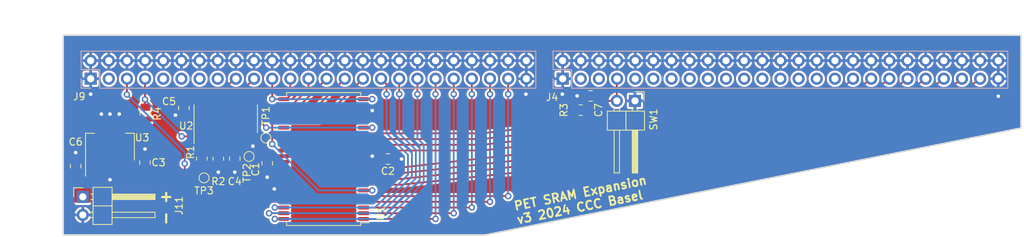
<source format=kicad_pcb>
(kicad_pcb (version 20221018) (generator pcbnew)

  (general
    (thickness 1.6)
  )

  (paper "A4")
  (title_block
    (title "CBM PET SRAM Expansion")
    (date "2024-03-02")
    (rev "3")
    (company "CCC Basel")
  )

  (layers
    (0 "F.Cu" signal)
    (31 "B.Cu" signal)
    (32 "B.Adhes" user "B.Adhesive")
    (33 "F.Adhes" user "F.Adhesive")
    (34 "B.Paste" user)
    (35 "F.Paste" user)
    (36 "B.SilkS" user "B.Silkscreen")
    (37 "F.SilkS" user "F.Silkscreen")
    (38 "B.Mask" user)
    (39 "F.Mask" user)
    (40 "Dwgs.User" user "User.Drawings")
    (41 "Cmts.User" user "User.Comments")
    (42 "Eco1.User" user "User.Eco1")
    (43 "Eco2.User" user "User.Eco2")
    (44 "Edge.Cuts" user)
    (45 "Margin" user)
    (46 "B.CrtYd" user "B.Courtyard")
    (47 "F.CrtYd" user "F.Courtyard")
    (48 "B.Fab" user)
    (49 "F.Fab" user)
    (50 "User.1" user)
    (51 "User.2" user)
    (52 "User.3" user)
    (53 "User.4" user)
    (54 "User.5" user)
    (55 "User.6" user)
    (56 "User.7" user)
    (57 "User.8" user)
    (58 "User.9" user)
  )

  (setup
    (stackup
      (layer "F.SilkS" (type "Top Silk Screen") (color "White"))
      (layer "F.Paste" (type "Top Solder Paste"))
      (layer "F.Mask" (type "Top Solder Mask") (color "Purple") (thickness 0.01))
      (layer "F.Cu" (type "copper") (thickness 0.035))
      (layer "dielectric 1" (type "core") (color "FR4 natural") (thickness 1.51) (material "FR4") (epsilon_r 4.5) (loss_tangent 0.02))
      (layer "B.Cu" (type "copper") (thickness 0.035))
      (layer "B.Mask" (type "Bottom Solder Mask") (color "Purple") (thickness 0.01))
      (layer "B.Paste" (type "Bottom Solder Paste"))
      (layer "B.SilkS" (type "Bottom Silk Screen") (color "White"))
      (copper_finish "None")
      (dielectric_constraints no)
    )
    (pad_to_mask_clearance 0)
    (aux_axis_origin 80 70)
    (pcbplotparams
      (layerselection 0x00013fc_ffffffff)
      (plot_on_all_layers_selection 0x0000000_00000000)
      (disableapertmacros false)
      (usegerberextensions false)
      (usegerberattributes true)
      (usegerberadvancedattributes true)
      (creategerberjobfile true)
      (dashed_line_dash_ratio 12.000000)
      (dashed_line_gap_ratio 3.000000)
      (svgprecision 4)
      (plotframeref false)
      (viasonmask false)
      (mode 1)
      (useauxorigin false)
      (hpglpennumber 1)
      (hpglpenspeed 20)
      (hpglpendiameter 15.000000)
      (dxfpolygonmode true)
      (dxfimperialunits true)
      (dxfusepcbnewfont true)
      (psnegative false)
      (psa4output false)
      (plotreference true)
      (plotvalue true)
      (plotinvisibletext false)
      (sketchpadsonfab false)
      (subtractmaskfromsilk true)
      (outputformat 1)
      (mirror false)
      (drillshape 0)
      (scaleselection 1)
      (outputdirectory "plot/")
    )
  )

  (net 0 "")
  (net 1 "+5V")
  (net 2 "GND")
  (net 3 "/BD0")
  (net 4 "/BD1")
  (net 5 "/BD2")
  (net 6 "/BD3")
  (net 7 "/BD4")
  (net 8 "/BD5")
  (net 9 "/BD6")
  (net 10 "/BD7")
  (net 11 "/~{SEL2}")
  (net 12 "/~{SEL3}")
  (net 13 "/~{SEL4}")
  (net 14 "/~{SEL5}")
  (net 15 "/~{SEL6}")
  (net 16 "/~{SEL7}")
  (net 17 "/~{SEL8}")
  (net 18 "/~{SEL9}")
  (net 19 "/~{SELA}")
  (net 20 "/~{SELB}")
  (net 21 "/~{RESET}")
  (net 22 "/READY")
  (net 23 "/~{NMI}")
  (net 24 "/BA0")
  (net 25 "/BA1")
  (net 26 "unconnected-(U1-DQ8-Pad29)")
  (net 27 "unconnected-(U1-DQ9-Pad30)")
  (net 28 "unconnected-(U1-DQ10-Pad31)")
  (net 29 "unconnected-(U1-DQ11-Pad32)")
  (net 30 "unconnected-(U1-DQ12-Pad35)")
  (net 31 "unconnected-(U1-DQ13-Pad36)")
  (net 32 "unconnected-(U1-DQ14-Pad37)")
  (net 33 "unconnected-(U1-DQ15-Pad38)")
  (net 34 "/BA2")
  (net 35 "/BA3")
  (net 36 "/BA4")
  (net 37 "/BA5")
  (net 38 "/BA6")
  (net 39 "/BA7")
  (net 40 "/BA8")
  (net 41 "/BA9")
  (net 42 "/BA10")
  (net 43 "/BA11")
  (net 44 "/BA12")
  (net 45 "/BA13")
  (net 46 "/BA14")
  (net 47 "/BA15")
  (net 48 "/SYNC")
  (net 49 "/~{IRQ}")
  (net 50 "/CPHI2")
  (net 51 "/BR{slash}W")
  (net 52 "/~{BR{slash}W}")
  (net 53 "unconnected-(J4-Pin_9-Pad9)")
  (net 54 "unconnected-(J4-Pin_11-Pad11)")
  (net 55 "/~{CE}")
  (net 56 "unconnected-(U1-NC-Pad28)")
  (net 57 "unconnected-(J9-Pin_3-Pad3)")
  (net 58 "unconnected-(J9-Pin_11-Pad11)")
  (net 59 "+9V")
  (net 60 "/RC")
  (net 61 "/~{WE}")
  (net 62 "Net-(U2-Pad10)")
  (net 63 "Net-(U2-Pad3)")

  (footprint "Resistor_SMD:R_0805_2012Metric" (layer "F.Cu") (at 152.4 80.5 180))

  (footprint "Resistor_SMD:R_0805_2012Metric" (layer "F.Cu") (at 99.4 87.3 90))

  (footprint "Capacitor_SMD:C_0805_2012Metric" (layer "F.Cu") (at 153.8 78.5 180))

  (footprint "TestPoint:TestPoint_Pad_D1.0mm" (layer "F.Cu") (at 99.7 90))

  (footprint "TestPoint:TestPoint_Pad_D1.0mm" (layer "F.Cu") (at 106 87))

  (footprint "Package_SO:SOIC-14_3.9x8.7mm_P1.27mm" (layer "F.Cu") (at 102.736 81.706 90))

  (footprint "Resistor_SMD:R_0805_2012Metric" (layer "F.Cu") (at 91.5 81 -90))

  (footprint "Resistor_SMD:R_0805_2012Metric" (layer "F.Cu") (at 101.7 87.3 90))

  (footprint "Capacitor_SMD:C_0805_2012Metric" (layer "F.Cu") (at 125.436 87.356 180))

  (footprint "TestPoint:TestPoint_Pad_D1.0mm" (layer "F.Cu") (at 108.35 84.4))

  (footprint "Package_SO:TSOP-II-44_10.16x18.41mm_P0.8mm" (layer "F.Cu") (at 116.436 87.356 180))

  (footprint "Capacitor_SMD:C_0805_2012Metric" (layer "F.Cu") (at 91.436 87.856 -90))

  (footprint "Connector_PinHeader_2.54mm:PinHeader_1x02_P2.54mm_Horizontal" (layer "F.Cu") (at 82.736 92.656))

  (footprint "Capacitor_SMD:C_0805_2012Metric" (layer "F.Cu") (at 96.886 80.206 -90))

  (footprint "Connector_PinHeader_2.54mm:PinHeader_1x02_P2.54mm_Horizontal" (layer "F.Cu") (at 160 79.2 -90))

  (footprint "Capacitor_SMD:C_0805_2012Metric" (layer "F.Cu") (at 81.736 88.356 -90))

  (footprint "Capacitor_SMD:C_0805_2012Metric" (layer "F.Cu") (at 104 87.3 -90))

  (footprint "Package_TO_SOT_SMD:SOT-223-3_TabPin2" (layer "F.Cu") (at 86.536 85.656 90))

  (footprint "Capacitor_SMD:C_0805_2012Metric" (layer "F.Cu") (at 108.536 87.956 -90))

  (footprint "Connector_PinSocket_2.54mm:PinSocket_2x25_P2.54mm_Vertical" (layer "B.Cu") (at 83.836 76.096 -90))

  (footprint "Connector_PinSocket_2.54mm:PinSocket_2x25_P2.54mm_Vertical" (layer "B.Cu") (at 149.876 76.096 -90))

  (gr_poly
    (pts
      (xy 80 70)
      (xy 80 98)
      (xy 139 98)
      (xy 214 83)
      (xy 214 70)
    )

    (stroke (width 0.2) (type solid)) (fill none) (layer "Edge.Cuts") (tstamp 0dd3ab04-e666-4b66-af39-8505a82aff56))
  (gr_text "PET SRAM Expansion\nv3 2024 CCC Basel" (at 143.5 96.6 11.309) (layer "F.SilkS") (tstamp b8bf4f42-fff9-456d-9deb-5c596e5468c6)
    (effects (font (size 1.2 1.2) (thickness 0.25) bold) (justify left bottom))
  )
  (gr_text "+ -" (at 93.636 91.556 270) (layer "F.SilkS") (tstamp f575302a-e095-4194-ad15-ebc506393443)
    (effects (font (size 1.5 1.5) (thickness 0.3) bold) (justify left bottom))
  )
  (gr_text "Note: The PET epansion headers\nare numbered from right to left (or bottom\nup when looking at Commodore's schematic), i.e. our\nJ4's pin 49 is pin 1 in the PET, our pin 1 is pin 25 on the\nPET, and similarly for J9. The second row is all GND." (at 213.236 89.056) (layer "Cmts.User") (tstamp 58aca8af-c056-4f12-9bf3-c786f409ff1e)
    (effects (font (size 1 1) (thickness 0.15)) (justify right top))
  )
  (dimension (type aligned) (layer "Dwgs.User") (tstamp 25c5cbdf-1465-4209-b7a4-4f41b235d643)
    (pts (xy 80 70) (xy 80 98))
    (height 2.764)
    (gr_text "28.0000 mm" (at 76.086 84 90) (layer "Dwgs.User") (tstamp 25c5cbdf-1465-4209-b7a4-4f41b235d643)
      (effects (font (size 1 1) (thickness 0.15)))
    )
    (format (prefix "") (suffix "") (units 3) (units_format 1) (precision 4))
    (style (thickness 0.15) (arrow_length 1.27) (text_position_mode 0) (extension_height 0.58642) (extension_offset 0.5) keep_text_aligned)
  )
  (dimension (type aligned) (layer "Dwgs.User") (tstamp dd05ee48-d460-4f4a-ba7d-423e1f3733ea)
    (pts (xy 214 70) (xy 80 70))
    (height 2.944)
    (gr_text "134.0000 mm" (at 147 65.906) (layer "Dwgs.User") (tstamp dd05ee48-d460-4f4a-ba7d-423e1f3733ea)
      (effects (font (size 1 1) (thickness 0.15)))
    )
    (format (prefix "") (suffix "") (units 3) (units_format 1) (precision 4))
    (style (thickness 0.15) (arrow_length 1.27) (text_position_mode 0) (extension_height 0.58642) (extension_offset 0.5) keep_text_aligned)
  )

  (segment (start 122.0235 87.756) (end 124.086 87.756) (width 0.25) (layer "F.Cu") (net 1) (tstamp c20522a2-c75d-4d9e-92c2-e7d359269504))
  (segment (start 124.086 87.756) (end 124.486 87.356) (width 0.25) (layer "F.Cu") (net 1) (tstamp c4c63fba-9fac-4d2d-9ecf-969536ec52b4))
  (segment (start 91.436 86.906) (end 91.436 85.956) (width 0.25) (layer "F.Cu") (net 2) (tstamp 011df45a-c56a-4cc1-9390-1a39d77c223f))
  (segment (start 210.836 76.096) (end 210.836 78.556) (width 0.25) (layer "F.Cu") (net 2) (tstamp 0398e4cb-0d20-4d23-af3e-3bc6b738eff8))
  (segment (start 152.85 78.5) (end 151.9 78.5) (width 0.25) (layer "F.Cu") (net 2) (tstamp 09936fb2-eb94-4d8a-9873-04801f5759f6))
  (segment (start 110.8485 91.756) (end 109.736 91.756) (width 0.25) (layer "F.Cu") (net 2) (tstamp 10849130-c65c-4a1b-8b9d-33883077c151))
  (segment (start 106.546 84.181) (end 106.546 85.546) (width 0.25) (layer "F.Cu") (net 2) (tstamp 1989c981-e8c9-437e-aa18-336ba27d20e3))
  (segment (start 109.736 91.756) (end 109.536 91.556) (width 0.25) (layer "F.Cu") (net 2) (tstamp 1dc7c261-655e-489f-be10-702d3af8c8c2))
  (segment (start 149.876 76.096) (end 149.876 78.216) (width 0.25) (layer "F.Cu") (net 2) (tstamp 1fcd1f41-3840-47bc-80a9-de34132cb6f1))
  (segment (start 149.876 78.216) (end 149.836 78.256) (width 0.25) (layer "F.Cu") (net 2) (tstamp 2461e001-2a15-4bb3-a45d-0c363a2f5b5e))
  (segment (start 86.536 82.506) (end 86.536 82.356) (width 0.25) (layer "F.Cu") (net 2) (tstamp 362d9b5f-ddf7-4b1b-9215-d9322123890b))
  (segment (start 81.736 87.406) (end 81.736 86.456) (width 0.25) (layer "F.Cu") (net 2) (tstamp 3f95890b-961e-49b9-9d7b-2cd1f8c21a78))
  (segment (start 110.8485 87.756) (end 109.686 87.756) (width 0.25) (layer "F.Cu") (net 2) (tstamp 52d4e1b7-11ba-49a4-aeef-1e251dd50a8b))
  (segment (start 144.796 76.096) (end 144.796 78.196) (width 0.25) (layer "F.Cu") (net 2) (tstamp 63babeaa-ecf6-48e5-bbb0-2f5fb51669aa))
  (segment (start 86.536 82.506) (end 86.536 81.056) (width 0.25) (layer "F.Cu") (net 2) (tstamp 68effc70-a377-4b29-a7e5-3ae799e4d3e2))
  (segment (start 108.536 89.9) (end 108.536 88.906) (width 0.25) (layer "F.Cu") (net 2) (tstamp 6939a953-6c23-42e9-acdf-16c2968e03e0))
  (segment (start 109.686 87.756) (end 108.536 88.906) (width 0.25) (layer "F.Cu") (net 2) (tstamp 74ec4e32-d966-4778-b2b6-a71d46c6fb7e))
  (segment (start 122.0235 82.156) (end 122.0235 79.756) (width 0.25) (layer "F.Cu") (net 2) (tstamp 7b5b16bd-9cef-467d-b98d-8008676e0a76))
  (segment (start 122.0235 80.556) (end 123.236 80.556) (width 0.25) (layer "F.Cu") (net 2) (tstamp 832b77e8-3371-4b11-969a-90365ff665de))
  (segment (start 86.536 88.806) (end 86.536 90.256) (width 0.25) (layer "F.Cu") (net 2) (tstamp 889a37ba-2ec4-4389-821d-231ac85d581b))
  (segment (start 104 88.25) (end 104 89.2) (width 0.25) (layer "F.Cu") (net 2) (tstamp 9b2c3f0f-b602-412b-80a9-7714e4e60d3e))
  (segment (start 144.796 78.196) (end 144.736 78.256) (width 0.25) (layer "F.Cu") (net 2) (tstamp a01d66c7-3530-4e84-93b0-5c7a832167e9))
  (segment (start 101.7 88.2125) (end 101.7 89.2) (width 0.25) (layer "F.Cu") (net 2) (tstamp ad7e7932-1d75-44a8-8843-fb6928200eda))
  (segment (start 126.386 87.356) (end 127.336 87.356) (width 0.25) (layer "F.Cu") (net 2) (tstamp b0d89d18-2123-4989-946f-2fd81d9d417e))
  (segment (start 86.536 82.356) (end 87.836 81.056) (width 0.25) (layer "F.Cu") (net 2) (tstamp b21d294f-597a-48bc-b1a6-cfebc712cd81))
  (segment (start 122.0235 86.956) (end 123.236 86.956) (width 0.25) (layer "F.Cu") (net 2) (tstamp cf250929-cd87-4d57-85f9-85282ed01c95))
  (segment (start 83.836 76.096) (end 83.836 78.256) (width 0.25) (layer "F.Cu") (net 2) (tstamp d2d77894-761e-45af-8fc8-cf6826cc2c6c))
  (segment (start 85.336 81.306) (end 85.336 81.056) (width 0.25) (layer "F.Cu") (net 2) (tstamp d3c403c2-b69d-4e1c-99b8-149abd142414))
  (segment (start 86.536 82.506) (end 85.336 81.306) (width 0.25) (layer "F.Cu") (net 2) (tstamp d6491325-e906-477a-8f83-c8392cc6110f))
  (segment (start 106.546 85.546) (end 106.536 85.556) (width 0.25) (layer "F.Cu") (net 2) (tstamp e50a67c0-8908-49ba-b1df-c003ad73d663))
  (segment (start 95.744 81.156) (end 95.7 81.2) (width 0.25) (layer "F.Cu") (net 2) (tstamp f5e250d8-bd92-4f93-83c9-a7dd879221ca))
  (segment (start 96.886 81.156) (end 95.744 81.156) (width 0.25) (layer "F.Cu") (net 2) (tstamp fbbf6420-a820-4acd-bd20-864b2326a1d4))
  (via (at 144.736 78.256) (size 0.9) (drill 0.5) (layers "F.Cu" "B.Cu") (net 2) (tstamp 039aec84-1c33-44dc-99ec-f49b9a192389))
  (via (at 86.536 81.056) (size 0.9) (drill 0.5) (layers "F.Cu" "B.Cu") (net 2) (tstamp 0da8a494-c134-49fe-b3a9-f9b3426eed95))
  (via (at 104 89.2) (size 0.9) (drill 0.5) (layers "F.Cu" "B.Cu") (net 2) (tstamp 256f88cf-59a7-4666-941b-c29c8d1dc78d))
  (via (at 108.536 89.9) (size 0.9) (drill 0.5) (layers "F.Cu" "B.Cu") (net 2) (tstamp 3c91f8a7-3010-4453-a036-8e24be5db83c))
  (via (at 86.536 90.256) (size 0.9) (drill 0.5) (layers "F.Cu" "B.Cu") (net 2) (tstamp 3cfaebeb-7fe8-4b5d-92f6-c84a2aab1056))
  (via (at 91.436 85.956) (size 0.9) (drill 0.5) (layers "F.Cu" "B.Cu") (net 2) (tstamp 435c66de-af88-4171-a0b0-b8a13dccdc14))
  (via (at 127.336 87.356) (size 0.9) (drill 0.5) (layers "F.Cu" "B.Cu") (net 2) (tstamp 4568cc53-ba84-48b6-8d8c-24a739738e39))
  (via (at 95.7 81.2) (size 0.9) (drill 0.5) (layers "F.Cu" "B.Cu") (net 2) (tstamp 499cbfd1-0075-484f-a404-c5eff30afd46))
  (via (at 210.836 78.556) (size 0.9) (drill 0.5) (layers "F.Cu" "B.Cu") (net 2) (tstamp 56c45c2e-36a5-4810-a611-5eed89baa986))
  (via (at 83.836 78.256) (size 0.9) (drill 0.5) (layers "F.Cu" "B.Cu") (net 2) (tstamp 5c9ba0b8-0a39-41cd-8fc5-5302d914fbb4))
  (via (at 106.536 85.556) (size 0.9) (drill 0.5) (layers "F.Cu" "B.Cu") (net 2) (tstamp 6de8f9c1-096d-41ff-a901-6a6dfa13d2ec))
  (via (at 85.336 81.056) (size 0.9) (drill 0.5) (layers "F.Cu" "B.Cu") (net 2) (tstamp 7eec2928-bca4-4d37-9646-3aba21192767))
  (via (at 87.836 81.056) (size 0.9) (drill 0.5) (layers "F.Cu" "B.Cu") (net 2) (tstamp 83324a08-e1b8-4a03-8032-158e41eae093))
  (via (at 109.536 91.556) (size 0.9) (drill 0.5) (layers "F.Cu" "B.Cu") (net 2) (tstamp 86d33735-b360-4755-af67-087b8ac9b5ed))
  (via (at 81.736 86.456) (size 0.9) (drill 0.5) (layers "F.Cu" "B.Cu") (net 2) (tstamp 937a74fe-deb6-42a4-9615-0ba7fc53e4ce))
  (via (at 123.236 86.956) (size 0.9) (drill 0.5) (layers "F.Cu" "B.Cu") (net 2) (tstamp 94c22d19-779e-46c3-9c25-4e37a061dffc))
  (via (at 101.7 89.2) (size 0.9) (drill 0.5) (layers "F.Cu" "B.Cu") (net 2) (tstamp 9e83a45e-424c-4afd-9a6c-22959e3ae8b6))
  (via (at 151.9 78.5) (size 0.9) (drill 0.5) (layers "F.Cu" "B.Cu") (net 2) (tstamp a612e9e5-1c63-443a-8260-f00bab1076ae))
  (via (at 149.836 78.256) (size 0.9) (drill 0.5) (layers "F.Cu" "B.Cu") (net 2) (tstamp a9cafa9f-febc-4963-b3c5-17ac6e3bca49))
  (via (at 123.236 80.556) (size 0.9) (drill 0.5) (layers "F.Cu" "B.Cu") (net 2) (tstamp e6e929ae-0523-4db8-bdf0-a5997f1e067c))
  (segment (start 198.236 83.456) (end 208.296 76.096) (width 0.25) (layer "F.Cu") (net 3) (tstamp 5f48dd48-ebc5-4c5f-bcab-c23a9c526fd4))
  (segment (start 122.0235 90.956) (end 127.236 90.956) (width 0.25) (layer "F.Cu") (net 3) (tstamp 82451621-5713-4c11-91ec-1464e770cb62))
  (segment (start 127.236 90.956) (end 198.236 83.456) (width 0.25) (layer "F.Cu") (net 3) (tstamp 835ab5a1-f868-4b47-a523-e2ca04110ca7))
  (segment (start 127.236 90.156) (end 197.136 82.556) (width 0.25) (layer "F.Cu") (net 4) (tstamp 02d19dff-a912-4c0d-8d41-c09cdd687ea6))
  (segment (start 197.136 82.556) (end 205.756 76.096) (width 0.25) (layer "F.Cu") (net 4) (tstamp a7e4fffc-9c57-4788-bf5e-543a4ae7b240))
  (segment (start 122.0235 90.156) (end 127.236 90.156) (width 0.25) (layer "F.Cu") (net 4) (tstamp cd175cb7-98a1-481b-bff3-bb2edeca757c))
  (segment (start 127.236 89.356) (end 195.436 81.756) (width 0.25) (layer "F.Cu") (net 5) (tstamp 3b9d4edd-cd89-47f1-baf3-2a99385e6579))
  (segment (start 122.0235 89.356) (end 127.236 89.356) (width 0.25) (layer "F.Cu") (net 5) (tstamp 95b176f2-f12c-4764-8f4f-7434db73f48c))
  (segment (start 195.436 81.756) (end 203.216 76.096) (width 0.25) (layer "F.Cu") (net 5) (tstamp be87b0d6-0f90-4588-bb6c-a81be9b02549))
  (segment (start 122.0235 88.556) (end 127.236 88.556) (width 0.25) (layer "F.Cu") (net 6) (tstamp 0642edb1-5e44-4987-8698-e34388662104))
  (segment (start 193.936 80.956) (end 200.676 76.096) (width 0.25) (layer "F.Cu") (net 6) (tstamp 4e76c70b-60ed-4433-9857-4afdae5bbfb4))
  (segment (start 127.236 88.556) (end 193.936 80.956) (width 0.25) (layer "F.Cu") (net 6) (tstamp ae014804-4bcd-42af-952a-1c7012760ca3))
  (segment (start 138.636 86.156) (end 122.0235 86.156) (width 0.25) (layer "F.Cu") (net 7) (tstamp 18106df3-a01b-41e3-ab1d-22ccd183db8e))
  (segment (start 192.536 80.156) (end 138.636 86.156) (width 0.25) (layer "F.Cu") (net 7) (tstamp 87330fb0-7ba5-4249-89cd-d3da11a912aa))
  (segment (start 198.136 76.096) (end 192.536 80.156) (width 0.25) (layer "F.Cu") (net 7) (tstamp b15e6981-0138-4226-a6a5-0d4639d80d1c))
  (segment (start 138.636 85.356) (end 191.336 79.256) (width 0.25) (layer "F.Cu") (net 8) (tstamp 01e109a5-e999-410d-b49b-322c4b56062d))
  (segment (start 191.336 79.256) (end 195.596 76.096) (width 0.25) (layer "F.Cu") (net 8) (tstamp 783dcef2-8806-4070-aca7-381e809ed0dd))
  (segment (start 122.0235 85.356) (end 138.636 85.356) (width 0.25) (layer "F.Cu") (net 8) (tstamp dfce4006-ef62-40d0-bc1e-211bc2da1ccf))
  (segment (start 138.636 84.556) (end 122.0235 84.556) (width 0.25) (layer "F.Cu") (net 9) (tstamp a45e4668-8b22-4f92-8a93-16d0f7ae8ab6))
  (segment (start 189.936 78.456) (end 138.636 84.556) (width 0.25) (layer "F.Cu") (net 9) (tstamp b7cf3c08-4566-493d-81fc-76152365f243))
  (segment (start 193.056 76.096) (end 189.936 78.456) (width 0.25) (layer "F.Cu") (net 9) (tstamp e39a6c5a-9dea-4971-a421-836b654259a4))
  (segment (start 188.836 77.556) (end 138.636 83.756) (width 0.25) (layer "F.Cu") (net 10) (tstamp 23e087a9-501e-47be-9f7e-e404df1bcd4d))
  (segment (start 190.516 76.096) (end 188.836 77.556) (width 0.25) (layer "F.Cu") (net 10) (tstamp 35c33f3e-350f-44e5-884f-54e4e6bee590))
  (segment (start 138.636 83.756) (end 122.0235 83.756) (width 0.25) (layer "F.Cu") (net 10) (tstamp b3a1d0ac-fa74-4b88-a341-6b95fbb546be))
  (segment (start 157.46 76.132) (end 157.46 79.2) (width 0.25) (layer "F.Cu") (net 21) (tstamp 1c58a734-9233-4765-bf81-0cce6e05021e))
  (segment (start 154.75 78.75) (end 153.3125 80.1875) (width 0.25) (layer "F.Cu") (net 21) (tstamp 2314484d-83af-4de8-99af-5dbf64b0f33e))
  (segment (start 153.3125 80.1875) (end 153.3125 80.5) (width 0.25) (layer "F.Cu") (net 21) (tstamp 4cf663d1-14a0-49a5-a48a-5e9dbe418a22))
  (segment (start 154.75 78.5) (end 154.75 78.75) (width 0.25) (layer "F.Cu") (net 21) (tstamp 68a30df9-a8f4-4cac-abab-6d9f5f5f4622))
  (segment (start 155.45 79.2) (end 154.75 78.5) (width 0.25) (layer "F.Cu") (net 21) (tstamp 750e56d2-926c-4338-b544-7e1903809383))
  (segment (start 157.46 79.2) (end 155.45 79.2) (width 0.25) (layer "F.Cu") (net 21) (tstamp a8ddbf58-f0b4-44d8-af3e-7ab082ca1a51))
  (segment (start 157.496 76.096) (end 157.46 76.132) (width 0.25) (layer "F.Cu") (net 21) (tstamp f34e2ea7-c6f2-44b5-9267-d6e5baf0f496))
  (segment (start 142.256 76.096) (end 142.256 78.256) (width 0.25) (layer "F.Cu") (net 24) (tstamp 020f604d-0fe6-463c-a82a-6267d386259b))
  (segment (start 122.0235 92.556) (end 142.256 92.556) (width 0.25) (layer "F.Cu") (net 24) (tstamp 814f349b-529e-47b5-8a4e-8128beb5c433))
  (via (at 142.256 92.556) (size 0.9) (drill 0.5) (layers "F.Cu" "B.Cu") (net 24) (tstamp 43eecbe5-855b-4d0c-bb94-5c97987993a2))
  (via (at 142.256 78.256) (size 0.9) (drill 0.5) (layers "F.Cu" "B.Cu") (net 24) (tstamp 5fbb6034-1621-4b2b-bb7a-5f48775d76a3))
  (segment (start 142.256 78.256) (end 142.256 92.556) (width 0.25) (layer "B.Cu") (net 24) (tstamp 6871e2b2-dbad-43d0-84fc-b2c8b233aef2))
  (segment (start 138.136 93.356) (end 139.436 93.356) (width 0.25) (layer "F.Cu") (net 25) (tstamp 134f8063-d249-49c9-b8b0-3fb70fdebd0e))
  (segment (start 139.716 76.096) (end 139.716 78.256) (width 0.25) (layer "F.Cu") (net 25) (tstamp 3c705a89-1b06-4f5f-aab4-864d4222b559))
  (segment (start 122.0235 93.356) (end 138.136 93.356) (width 0.25) (layer "F.Cu") (net 25) (tstamp d43fd0b8-7670-410c-a5bf-2bff6a7c6789))
  (segment (start 138.136 93.356) (end 139.716 93.356) (width 0.25) (layer "F.Cu") (net 25) (tstamp f3d1b219-df4a-44af-ad78-a643d0bfca48))
  (via (at 139.716 93.356) (size 0.9) (drill 0.5) (layers "F.Cu" "B.Cu") (net 25) (tstamp 14839f69-e431-42ce-8717-8ca113c33a6f))
  (via (at 139.716 78.256) (size 0.9) (drill 0.5) (layers "F.Cu" "B.Cu") (net 25) (tstamp 83f2720d-713c-4039-92de-ee77b03a0c0f))
  (segment (start 139.716 78.256) (end 139.716 93.356) (width 0.25) (layer "B.Cu") (net 25) (tstamp 6b54c2bd-1503-4e6c-86e2-18920027d3a0))
  (segment (start 137.176 76.096) (end 137.176 78.256) (width 0.25) (layer "F.Cu") (net 34) (tstamp 08495a6b-d7c0-41ed-a908-d8f900d0d9d3))
  (segment (start 122.0235 94.156) (end 137.176 94.156) (width 0.25) (layer "F.Cu") (net 34) (tstamp 62e4a09f-c002-46f3-b68c-e5f3235e875c))
  (via (at 137.176 94.156) (size 0.9) (drill 0.5) (layers "F.Cu" "B.Cu") (net 34) (tstamp 709d8063-d17c-4699-b539-e14362b2765b))
  (via (at 137.176 78.256) (size 0.9) (drill 0.5) (layers "F.Cu" "B.Cu") (net 34) (tstamp dd1419a7-7528-4f37-b01a-9a8dbf40ea1b))
  (segment (start 137.176 78.256) (end 137.176 94.156) (width 0.25) (layer "B.Cu") (net 34) (tstamp 6c619bcf-c0eb-4112-868f-42670549d11c))
  (segment (start 134.636 76.096) (end 134.636 78.256) (width 0.25) (layer "F.Cu") (net 35) (tstamp 07535421-9495-49fb-b80e-4be889f5abe3))
  (segment (start 122.0235 94.956) (end 134.636 94.956) (width 0.25) (layer "F.Cu") (net 35) (tstamp c65d2d78-e370-4904-a8b4-e3a4d1785495))
  (via (at 134.636 78.256) (size 0.9) (drill 0.5) (layers "F.Cu" "B.Cu") (net 35) (tstamp 3c85e060-2fed-44b9-bfd7-3cc035e39341))
  (via (at 134.636 94.956) (size 0.9) (drill 0.5) (layers "F.Cu" "B.Cu") (net 35) (tstamp bff90011-e855-4eb7-ad81-9a16c7e67c0b))
  (segment (start 134.636 78.256) (end 134.636 94.956) (width 0.25) (layer "B.Cu") (net 35) (tstamp 116a8a3c-1ecc-45ac-b860-0a29550c1ef0))
  (segment (start 122.0235 95.756) (end 132.096 95.756) (width 0.25) (layer "F.Cu") (net 36) (tstamp 49599bbd-3326-4c2b-8183-28e1efd62095))
  (segment (start 132.096 76.096) (end 132.096 78.256) (width 0.25) (layer "F.Cu") (net 36) (tstamp f1dffd1b-a4ff-469e-ab2e-429c5296c84d))
  (via (at 132.096 95.756) (size 0.9) (drill 0.5) (layers "F.Cu" "B.Cu") (net 36) (tstamp 75a8f135-8adb-4b6b-beeb-3af057711318))
  (via (at 132.096 78.256) (size 0.9) (drill 0.5) (layers "F.Cu" "B.Cu") (net 36) (tstamp e38f64e9-f752-4d98-884b-15b5e2410167))
  (segment (start 132.096 78.256) (end 132.096 95.756) (width 0.25) (layer "B.Cu") (net 36) (tstamp b1733f6c-51b0-4979-af2d-0b3fd7c64ce2))
  (segment (start 110.8485 95.756) (end 109.6 95.756) (width 0.25) (layer "F.Cu") (net 37) (tstamp 85fc29e2-202a-4a96-887f-139648905978))
  (segment (start 129.556 76.096) (end 129.556 78.256) (width 0.25) (layer "F.Cu") (net 37) (tstamp dde30f11-b05b-4b62-94d0-6764e9593a1b))
  (via (at 129.556 78.256) (size 0.9) (drill 0.5) (layers "F.Cu" "B.Cu") (net 37) (tstamp 13010197-576b-4291-861b-bcc609ab8064))
  (via (at 109.6 95.756) (size 0.9) (drill 0.5) (layers "F.Cu" "B.Cu") (net 37) (tstamp d96303bf-6731-48b0-b9f8-99c6fedebb50))
  (segment (start 110.7 95.756) (end 125.336 95.756) (width 0.25) (layer "B.Cu") (net 37) (tstamp 3378b7de-b058-4d5f-b7db-7d6c8098e9d9))
  (segment (start 125.336 95.756) (end 130.436 90.656) (width 0.25) (layer "B.Cu") (net 37) (tstamp 451abffc-ca37-4190-8a40-72d50ab22c78))
  (segment (start 129.556 84.456) (end 129.556 78.256) (width 0.25) (layer "B.Cu") (net 37) (tstamp 6b950704-fb64-4b6e-aa52-288b8f53f027))
  (segment (start 130.436 90.656) (end 130.436 85.336) (width 0.25) (layer "B.Cu") (net 37) (tstamp ac030d1d-271d-488b-ab80-ab19f8be3972))
  (segment (start 110.7 95.756) (end 109.6 95.756) (width 0.25) (layer "B.Cu") (net 37) (tstamp d5ce479d-5090-48ca-bb4f-003efee9a21f))
  (segment (start 130.436 85.336) (end 129.556 84.456) (width 0.25) (layer "B.Cu") (net 37) (tstamp ded8643c-4ad5-42d0-a631-34bcc210625d))
  (segment (start 127.016 76.096) (end 127.016 78.256) (width 0.25) (layer "F.Cu") (net 38) (tstamp 875c5c11-85b1-4ab1-9459-70549c2459b5))
  (segment (start 110.8485 94.956) (end 108.8 94.956) (width 0.25) (layer "F.Cu") (net 38) (tstamp 9a243ff6-d87c-4815-969b-c0df1fb1cdd3))
  (via (at 108.8 94.956) (size 0.9) (drill 0.5) (layers "F.Cu" "B.Cu") (net 38) (tstamp 36cbb6e1-ccc4-4b64-9230-6c7a6540d29b))
  (via (at 127.016 78.256) (size 0.9) (drill 0.5) (layers "F.Cu" "B.Cu") (net 38) (tstamp b58461f6-c0fe-46f7-b6db-99c9faaeb3a4))
  (segment (start 124.436 94.956) (end 129.336 90.056) (width 0.25) (layer "B.Cu") (net 38) (tstamp 298d72bd-1dc0-4bf5-aaa2-1fa98a391c63))
  (segment (start 127.016 83.756) (end 127.016 78.256) (width 0.25) (layer "B.Cu") (net 38) (tstamp 37e541a9-0109-43b9-a99f-287be6ffe8dc))
  (segment (start 108.8 94.956) (end 124.436 94.956) (width 0.25) (layer "B.Cu") (net 38) (tstamp 5993c3bb-14b8-4432-8371-01178c4a770a))
  (segment (start 129.336 86.076) (end 127.016 83.756) (width 0.25) (layer "B.Cu") (net 38) (tstamp 5dfd6381-e099-4afc-90fc-651ee1f3bdae))
  (segment (start 129.336 90.056) (end 129.336 86.076) (width 0.25) (layer "B.Cu") (net 38) (tstamp d66f6f2a-0cf9-4c27-8bde-3d14c78672a2))
  (segment (start 125.236 76.856) (end 125.236 78.256) (width 0.25) (layer "F.Cu") (net 39) (tstamp 26c9cfe9-ef15-405d-9c12-05fab8df8534))
  (segment (start 110.8485 94.156) (end 109.6 94.156) (width 0.25) (layer "F.Cu") (net 39) (tstamp 8e2e95e9-78d3-47e3-a625-465e16bf8aac))
  (segment (start 124.476 76.096) (end 125.236 76.856) (width 0.25) (layer "F.Cu") (net 39) (tstamp ecb62fbe-91f0-4288-9833-d8f9dc60be17))
  (via (at 109.6 94.156) (size 0.9) (drill 0.5) (layers "F.Cu" "B.Cu") (net 39) (tstamp 8b957ae4-1db8-4c8b-9b01-faaead3d10bc))
  (via (at 125.236 78.256) (size 0.9) (drill 0.5) (layers "F.Cu" "B.Cu") (net 39) (tstamp cad7a454-de5a-4730-9879-28e956fa3151))
  (segment (start 128.236 86.756) (end 125.236 83.756) (width 0.25) (layer "B.Cu") (net 39) (tstamp 0e2ecc40-af59-4899-abe0-466611df9de0))
  (segment (start 110.7 94.156) (end 109.6 94.156) (width 0.25) (layer "B.Cu") (net 39) (tstamp 62d53463-330e-4779-a557-226a697adad9))
  (segment (start 128.236 89.556) (end 128.236 86.756) (width 0.25) (layer "B.Cu") (net 39) (tstamp a00d1442-8a79-4d6d-b6eb-27da1ab0700d))
  (segment (start 110.7 94.156) (end 123.636 94.156) (width 0.25) (layer "B.Cu") (net 39) (tstamp b3203f21-986a-48a5-83be-860daf3e474c))
  (segment (start 123.636 94.156) (end 128.236 89.556) (width 0.25) (layer "B.Cu") (net 39) (tstamp e577a315-f78a-4cc1-a51a-ce77de8b5bde))
  (segment (start 125.236 83.756) (end 125.236 78.256) (width 0.25) (layer "B.Cu") (net 39) (tstamp f3c0f086-3dcc-4108-be8f-d33f2bb8dc96))
  (segment (start 115.876 82.156) (end 110.8485 82.156) (width 0.25) (layer "F.Cu") (net 40) (tstamp 010958d7-4ff9-4017-908b-bcb84847a579))
  (segment (start 121.936 76.096) (end 115.876 82.156) (width 0.25) (layer "F.Cu") (net 40) (tstamp e0feb040-362b-47bc-9dea-e729cc91bbd2))
  (segment (start 119.396 76.096) (end 114.136 81.356) (width 0.25) (layer "F.Cu") (net 41) (tstamp 51c2af67-508b-418f-9235-5b04d7e1a3c7))
  (segment (start 114.136 81.356) (end 110.8485 81.356) (width 0.25) (layer "F.Cu") (net 41) (tstamp 92434bb8-a998-45f1-a9a3-8f4dbffdd269))
  (segment (start 112.396 80.556) (end 110.8485 80.556) (width 0.25) (layer "F.Cu") (net 42) (tstamp d8441ec3-aed2-4e8a-b246-19caad8dfefb))
  (segment (start 116.856 76.096) (end 112.396 80.556) (width 0.25) (layer "F.Cu") (net 42) (tstamp d8ab2074-0589-4137-93bd-3cb3777c6f59))
  (segment (start 114.316 77.476) (end 112.036 79.756) (width 0.25) (layer "F.Cu") (net 43) (tstamp 4d59f33b-df21-4c30-a4f0-0cfc34fe55e8))
  (segment (start 112.036 79.756) (end 110.8485 79.756) (width 0.25) (layer "F.Cu") (net 43) (tstamp 809b8f15-c255-45ea-9082-13b674f29876))
  (segment (start 114.316 76.096) (end 114.316 77.476) (width 0.25) (layer "F.Cu") (net 43) (tstamp aea176ed-cef3-4540-bc24-f911979fc88c))
  (segment (start 111.236 78.956) (end 110.8485 78.956) (width 0.25) (layer "F.Cu") (net 44) (tstamp 1289305a-38a6-4836-a4f1-0762bfd07694))
  (segment (start 111.776 76.096) (end 111.776 78.416) (width 0.25) (layer "F.Cu") (net 44) (tstamp 5e10f963-6c67-4542-84f2-2535a724b82d))
  (segment (start 111.776 78.416) (end 111.236 78.956) (width 0.25) (layer "F.Cu") (net 44) (tstamp afcfdb1f-9b22-4528-83e1-e5bdc940f4f3))
  (segment (start 109.136 76.196) (end 109.236 76.096) (width 0.25) (layer "F.Cu") (net 45) (tstamp 15dc3a1a-47b5-487a-9e40-1f1792c8fe7b))
  (segment (start 109.236 78.956) (end 109.236 76.096) (width 0.25) (layer "F.Cu") (net 45) (tstamp a5ad01c4-b5b7-41ea-854a-6118db11ff0c))
  (segment (start 122.0235 78.956) (end 123.236 78.956) (width 0.25) (layer "F.Cu") (net 45) (tstamp a802355e-5025-4342-91c2-7847dfc1dead))
  (via (at 109.236 78.956) (size 0.9) (drill 0.5) (layers "F.Cu" "B.Cu") (net 45) (tstamp b10d1706-0328-4c9f-9ac6-75161d819323))
  (via (at 123.236 78.956) (size 0.9) (drill 0.5) (layers "F.Cu" "B.Cu") (net 45) (tstamp f4adb965-1cbf-443a-a5ac-51a0420adb37))
  (segment (start 123.236 78.956) (end 109.236 78.956) (width 0.25) (layer "B.Cu") (net 45) (tstamp 7690d969-2743-4eb6-9cb3-f8f93b68ec7d))
  (segment (start 105.276 77.516) (end 105.276 79.231) (width 0.25) (layer "F.Cu") (net 46) (tstamp 10c74fc4-d1bc-42e6-b278-efca742612c2))
  (segment (start 106.696 76.096) (end 105.276 77.516) (width 0.25) (layer "F.Cu") (net 46) (tstamp d4859b5d-6124-4155-9b6c-f19f3f610b08))
  (segment (start 103.946 76.096) (end 101.466 78.576) (width 0.25) (layer "F.Cu") (net 47) (tstamp 2a5ecab4-ffb5-442e-8eee-948422b2dcdb))
  (segment (start 104.156 76.096) (end 103.946 76.096) (width 0.25) (layer "F.Cu") (net 47) (tstamp 5d21e5b2-9399-4d71-9ee2-4ef3ba9f6939))
  (segment (start 100.196 79.231) (end 101.466 79.231) (width 0.25) (layer "F.Cu") (net 47) (tstamp a075c27a-9298-401d-9a1c-ea1bb39cfb14))
  (segment (start 101.466 78.576) (end 101.466 79.231) (width 0.25) (layer "F.Cu") (net 47) (tstamp c4c6569d-c674-4539-8a22-4f174fddb174))
  (segment (start 98.926 84.181) (end 98.926 85.9135) (width 0.25) (layer "F.Cu") (net 51) (tstamp 0027c6c3-13a1-4eca-9914-37f406d66125))
  (segment (start 98.926 84.181) (end 100.196 84.181) (width 0.25) (layer "F.Cu") (net 51) (tstamp 29492c75-3a67-4abf-b0d7-5207da7f4cff))
  (segment (start 98.907 84.2) (end 98.926 84.181) (width 0.25) (layer "F.Cu") (net 51) (tstamp 4772aff9-8050-4384-843f-8447a3870a78))
  (segment (start 98.926 84.181) (end 96.581 84.181) (width 0.25) (layer "F.Cu") (net 51) (tstamp 4ea76a33-cc53-4dab-b0aa-e90357d6a771))
  (segment (start 98.926 85.9135) (end 99.4 86.3875) (width 0.25) (layer "F.Cu") (net 51) (tstamp 60769a3c-b9ce-4395-81c8-d781fda5b560))
  (segment (start 91.436 79) (end 91.436 80.0235) (width 0.25) (layer "F.Cu") (net 51) (tstamp 703480c1-072e-4642-8fac-973c031bebf5))
  (segment (start 91.436 76.116) (end 91.436 79) (width 0.25) (layer "F.Cu") (net 51) (tstamp 758d38fa-a8ef-48a2-bac5-ff8897360bba))
  (segment (start 91.436 80.0235) (end 91.5 80.0875) (width 0.25) (layer "F.Cu") (net 51) (tstamp ba8f59e6-e554-4652-96de-5127b8aa9455))
  (segment (start 91.456 76.096) (end 91.436 76.116) (width 0.25) (layer "F.Cu") (net 51) (tstamp c977b4d3-3cbc-4b85-9106-7b858468a5bc))
  (via (at 96.581 84.181) (size 0.9) (drill 0.5) (layers "F.Cu" "B.Cu") (net 51) (tstamp a74c2284-d92f-4cd9-9251-ae43359d094f))
  (via (at 91.436 79) (size 0.9) (drill 0.5) (layers "F.Cu" "B.Cu") (net 51) (tstamp f92469bf-c4ba-493c-9a6b-8573170c8a95))
  (segment (start 91.436 79.036) (end 96.581 84.181) (width 0.25) (layer "B.Cu") (net 51) (tstamp 7173c953-7882-4d85-96f8-fa46d9e8d30d))
  (segment (start 91.436 79) (end 91.436 79.036) (width 0.25) (layer "B.Cu") (net 51) (tstamp 8e6d2385-287c-4fd1-9d62-d43b97d65ebd))
  (segment (start 88.916 78.284) (end 88.9 78.3) (width 0.25) (layer "F.Cu") (net 52) (tstamp 400f32cd-c2ce-4d6b-a468-288a5922853c))
  (segment (start 88.916 76.096) (end 88.916 78.284) (width 0.25) (layer "F.Cu") (net 52) (tstamp 43a0fb01-f9c4-4c67-98b8-1d74b86bb1b5))
  (segment (start 97 90.4) (end 97 88) (width 0.25) (layer "F.Cu") (net 52) (tstamp 4793e058-35f5-4681-b84e-9e09cdba67ed))
  (segment (start 100.9 93.356) (end 99.956 93.356) (width 0.25) (layer "F.Cu") (net 52) (tstamp 5024e81f-7a99-4aa6-8731-90248e9deb9b))
  (segment (start 110.8485 93.356) (end 108.936 93.356) (width 0.25) (layer "F.Cu") (net 52) (tstamp 7b0d66ff-1a65-4eeb-a70f-f4256a5c63fc))
  (segment (start 100.9 93.356) (end 108.936 93.356) (width 0.25) (layer "F.Cu") (net 52) (tstamp a86d64fb-7ef7-4a2b-91e4-caaedc3c9312))
  (segment (start 99.956 93.356) (end 97 90.4) (width 0.25) (layer "F.Cu") (net 52) (tstamp f1c6c9e3-bcfd-4734-a047-7e97926ef4c0))
  (via (at 97 88) (size 0.9) (drill 0.5) (layers "F.Cu" "B.Cu") (net 52) (tstamp a767cf9c-8dc1-480b-94f1-111e2cc89b43))
  (via (at 88.9 78.3) (size 0.9) (drill 0.5) (layers "F.Cu" "B.Cu") (net 52) (tstamp ad197753-aadc-4596-bf94-ae997b2ec386))
  (segment (start 88.9 78.3) (end 96 85.4) (width 0.25) (layer "B.Cu") (net 52) (tstamp 18071f91-1cd1-4ea1-ae7c-83e8615cace7))
  (segment (start 96 85.4) (end 97 86.4) (width 0.25) (layer "B.Cu") (net 52) (tstamp 401993c0-98d7-458d-bcfe-9fc387338eee))
  (segment (start 97 86.4) (end 97 88) (width 0.25) (layer "B.Cu") (net 52) (tstamp 94e985e2-ed3a-4942-902b-6ea0015bc8d6))
  (segment (start 106.546 79.866) (end 109.236 82.556) (width 0.25) (layer "F.Cu") (net 55) (tstamp 249e05ab-28af-4454-85d9-440eea13b567))
  (segment (start 109.236 82.556) (end 109.236 84.4) (width 0.25) (layer "F.Cu") (net 55) (tstamp 3a2e0a4d-ca5d-4b8f-8113-9302fadbcf6d))
  (segment (start 108.35 84.4) (end 109.236 84.4) (width 0.25) (layer "F.Cu") (net 55) (tstamp 42f1d08e-8666-4ce1-b708-123239631801))
  (segment (start 106.546 79.231) (end 106.546 79.866) (width 0.25) (layer "F.Cu") (net 55) (tstamp 46173047-6ffd-4bac-9186-7e75d06b2008))
  (segment (start 109.236 84.4) (end 109.236 85.256) (width 0.25) (layer "F.Cu") (net 55) (tstamp 50706d6f-3a4a-46ae-b4e8-ed04c98ef66b))
  (segment (start 122.0235 91.756) (end 123.236 91.756) (width 0.25) (layer "F.Cu") (net 55) (tstamp e0fc4976-9876-4351-a4f3-419aae9c4592))
  (via (at 123.236 91.756) (size 0.9) (drill 0.5) (layers "F.Cu" "B.Cu") (net 55) (tstamp 03f7edb3-591e-4b3a-8437-1d5bfc9ba96d))
  (via (at 109.236 85.256) (size 0.9) (drill 0.5) (layers "F.Cu" "B.Cu") (net 55) (tstamp 3df4ebdb-4afb-4912-b84d-a948845a70bc))
  (segment (start 115.736 91.756) (end 109.236 85.256) (width 0.25) (layer "B.Cu") (net 55) (tstamp 0cda0863-76e8-460b-8f94-bc8bd1b95c87))
  (segment (start 123.236 91.756) (end 115.736 91.756) (width 0.25) (layer "B.Cu") (net 55) (tstamp c9f61096-80c1-4fde-93a3-10567d9e1c24))
  (segment (start 99.4 88.2125) (end 99.5875 88.2125) (width 0.25) (layer "F.Cu") (net 60) (tstamp 3eb704f9-3e31-4b24-b788-c44dcaaccd5c))
  (segment (start 104.006 86.344) (end 104 86.35) (width 0.25) (layer "F.Cu") (net 60) (tstamp 540466f3-79d5-410d-823b-09decc845076))
  (segment (start 99.5875 88.2125) (end 101.4125 86.3875) (width 0.25) (layer "F.Cu") (net 60) (tstamp 5a774d00-d6f8-48b2-9885-6adb3b0f7915))
  (segment (start 104 86.35) (end 103.9625 86.3875) (width 0.25) (layer "F.Cu") (net 60) (tstamp 5b750733-eebf-44e7-9e86-ccbc05213548))
  (segment (start 101.4125 86.3875) (end 101.7 86.3875) (width 0.25) (layer "F.Cu") (net 60) (tstamp 64ca38b6-eb0a-42fb-8f2d-7ca4a5c2e919))
  (segment (start 99.7 88.5125) (end 99.4 88.2125) (width 0.25) (layer "F.Cu") (net 60) (tstamp 65d8a037-6910-4c24-89c5-f946a0f3271e))
  (segment (start 99.7 90) (end 99.7 88.5125) (width 0.25) (layer "F.Cu") (net 60) (tstamp 7ab941ac-13a7-4eec-b07f-8b873c4a7e05))
  (segment (start 104.006 84.181) (end 104.006 86.344) (width 0.25) (layer "F.Cu") (net 60) (tstamp 85b9a8da-f179-40a6-94bc-cf2679b3f154))
  (segment (start 103.9625 86.3875) (end 101.7 86.3875) (width 0.25) (layer "F.Cu") (net 60) (tstamp dfd96ad9-987b-467e-bb06-b116d94a115c))
  (segment (start 105.276 84.181) (end 105.276 86.276) (width 0.25) (layer "F.Cu") (net 61) (tstamp 24eb0ccb-7a82-4b87-8aa4-10879c573508))
  (segment (start 105.276 86.276) (end 106 87) (width 0.25) (layer "F.Cu") (net 61) (tstamp 5674c2eb-c493-4c76-970a-a5d6685fa0e6))
  (segment (start 105.822 82.378) (end 107.822 82.378) (width 0.25) (layer "F.Cu") (net 61) (tstamp 5b2392c0-fec1-4a4c-8888-44fabeea1668))
  (segment (start 105.276 84.181) (end 105.276 82.924) (width 0.25) (layer "F.Cu") (net 61) (tstamp 68399e54-69ae-4c4a-9bb1-2042568e7187))
  (segment (start 105.276 82.924) (end 105.822 82.378) (width 0.25) (layer "F.Cu") (net 61) (tstamp 8cbc5e3d-622a-4db8-aa33-b3a0d625063e))
  (segment (start 122.0235 82.956) (end 123.236 82.956) (width 0.25) (layer "F.Cu") (net 61) (tstamp d33bee71-684b-4ae6-bbfd-c6b1bb3ff260))
  (segment (start 107.822 82.378) (end 108.4 82.956) (width 0.25) (layer "F.Cu") (net 61) (tstamp f98cd348-9180-4beb-b456-d7ccbf67d72c))
  (via (at 123.236 82.956) (size 0.9) (drill 0.5) (layers "F.Cu" "B.Cu") (net 61) (tstamp 4b03fdc9-afd1-43e9-a3b3-5e84ab75b4fd))
  (via (at 108.4 82.956) (size 0.9) (drill 0.5) (layers "F.Cu" "B.Cu") (net 61) (tstamp a2e39b8d-7730-4bd1-9899-19198a961132))
  (segment (start 109 82.956) (end 108.4 82.956) (width 0.25) (layer "B.Cu") (net 61) (tstamp 28d64a49-a626-46e5-85dd-ac412ddfae81))
  (segment (start 109 82.956) (end 123.236 82.956) (width 0.25) (layer "B.Cu") (net 61) (tstamp 94b1e056-4fd3-424b-9b57-d777492adb30))
  (segment (start 108.4 82.956) (end 108.156 82.956) (width 0.25) (layer "B.Cu") (net 61) (tstamp 9cd422a8-a9b8-42be-b9a5-0215f643d228))
  (segment (start 102.736 79.231) (end 104.006 79.231) (width 0.25) (layer "F.Cu") (net 62) (tstamp 6aa451d5-922d-4955-9ac6-73eaa072d216))
  (segment (start 101.466 84.181) (end 102.736 84.181) (width 0.25) (layer "F.Cu") (net 63) (tstamp 35b8e075-b9d9-4712-8399-308a8905eced))

  (zone (net 1) (net_name "+5V") (layer "F.Cu") (tstamp 28ff3e11-f060-4459-a227-48c70b8cedca) (hatch edge 0.5)
    (connect_pads (clearance 0.3))
    (min_thickness 0.2) (filled_areas_thickness no)
    (fill yes (thermal_gap 0.4) (thermal_bridge_width 0.4))
    (polygon
      (pts
        (xy 80 98)
        (xy 214 98)
        (xy 214 70)
        (xy 80 70)
      )
    )
    (filled_polygon
      (layer "F.Cu")
      (pts
        (xy 125.575079 86.600407)
        (xy 125.611043 86.649907)
        (xy 125.611043 86.711093)
        (xy 125.608986 86.716818)
        (xy 125.596123 86.749436)
        (xy 125.5855 86.837893)
        (xy 125.5855 87.874106)
        (xy 125.592812 87.934996)
        (xy 125.596123 87.962564)
        (xy 125.604602 87.984064)
        (xy 125.608986 87.995182)
        (xy 125.612744 88.056251)
        (xy 125.579889 88.107867)
        (xy 125.522969 88.130313)
        (xy 125.516888 88.1305)
        (xy 125.457719 88.1305)
        (xy 125.399528 88.111593)
        (xy 125.363564 88.062093)
        (xy 125.36265 88.00388)
        (xy 125.3831 87.933489)
        (xy 125.386 87.896636)
        (xy 125.386 87.556001)
        (xy 125.385999 87.556)
        (xy 124.385 87.556)
        (xy 124.326809 87.537093)
        (xy 124.290845 87.487593)
        (xy 124.286 87.457)
        (xy 124.286 87.255)
        (xy 124.304907 87.196809)
        (xy 124.354407 87.160845)
        (xy 124.385 87.156)
        (xy 125.385999 87.156)
        (xy 125.386 87.155999)
        (xy 125.386 86.815363)
        (xy 125.3831 86.77851)
        (xy 125.36265 86.70812)
        (xy 125.364572 86.646965)
        (xy 125.402073 86.598619)
        (xy 125.457719 86.5815)
        (xy 125.516888 86.5815)
      )
    )
    (filled_polygon
      (layer "F.Cu")
      (pts
        (xy 213.958691 70.019407)
        (xy 213.994655 70.068907)
        (xy 213.9995 70.0995)
        (xy 213.9995 82.918429)
        (xy 213.980593 82.97662)
        (xy 213.931093 83.012584)
        (xy 213.919915 83.015506)
        (xy 139.009565 97.997577)
        (xy 138.99015 97.9995)
        (xy 80.0995 97.9995)
        (xy 80.041309 97.980593)
        (xy 80.005345 97.931093)
        (xy 80.0005 97.9005)
        (xy 80.0005 95.196)
        (xy 81.580571 95.196)
        (xy 81.600244 95.408311)
        (xy 81.612683 95.452028)
        (xy 81.658595 95.613389)
        (xy 81.753634 95.804255)
        (xy 81.882128 95.974407)
        (xy 81.88371 95.975849)
        (xy 82.039692 96.118047)
        (xy 82.039699 96.118053)
        (xy 82.14217 96.1815)
        (xy 82.220981 96.230298)
        (xy 82.419802 96.307321)
        (xy 82.62939 96.3465)
        (xy 82.84261 96.3465)
        (xy 83.052198 96.307321)
        (xy 83.251019 96.230298)
        (xy 83.432302 96.118052)
        (xy 83.589872 95.974407)
        (xy 83.718366 95.804255)
        (xy 83.813405 95.613389)
        (xy 83.871756 95.40831)
        (xy 83.891429 95.196)
        (xy 83.871756 94.98369)
        (xy 83.813405 94.778611)
        (xy 83.718366 94.587745)
        (xy 83.589872 94.417593)
        (xy 83.51162 94.346256)
        (xy 83.432307 94.273952)
        (xy 83.4323 94.273946)
        (xy 83.251024 94.161705)
        (xy 83.251019 94.161702)
        (xy 83.137606 94.117766)
        (xy 83.052198 94.084679)
        (xy 83.052197 94.084678)
        (xy 83.052195 94.084678)
        (xy 82.84261 94.0455)
        (xy 82.62939 94.0455)
        (xy 82.419804 94.084678)
        (xy 82.22098 94.161702)
        (xy 82.220975 94.161705)
        (xy 82.039699 94.273946)
        (xy 82.039692 94.273952)
        (xy 81.882135 94.417586)
        (xy 81.882131 94.417589)
        (xy 81.882128 94.417593)
        (xy 81.882125 94.417597)
        (xy 81.753635 94.587743)
        (xy 81.75363 94.587752)
        (xy 81.658596 94.778608)
        (xy 81.600244 94.983688)
        (xy 81.580571 95.196)
        (xy 80.0005 95.196)
        (xy 80.0005 89.599106)
        (xy 80.7105 89.599106)
        (xy 80.721123 89.687564)
        (xy 80.723597 89.693837)
        (xy 80.7305 89.730157)
        (xy 80.7305 93.357)
        (xy 80.734261 93.404786)
        (xy 80.737983 93.428289)
        (xy 80.739106 93.43538)
        (xy 80.739106 93.435385)
        (xy 80.745512 93.465752)
        (xy 80.745514 93.465757)
        (xy 80.793689 93.567158)
        (xy 80.793695 93.567168)
        (xy 80.823488 93.608175)
        (xy 80.829655 93.616662)
        (xy 80.872876 93.662348)
        (xy 80.883824 93.67392)
        (xy 80.982401 93.727639)
        (xy 80.982403 93.72764)
        (xy 81.040596 93.746548)
        (xy 81.040593 93.746548)
        (xy 81.134997 93.7615)
        (xy 81.135 93.7615)
        (xy 81.699811 93.7615)
        (xy 81.739798 93.769935)
        (xy 81.74226 93.771022)
        (xy 81.816009 93.803585)
        (xy 81.841135 93.8065)
        (xy 83.630864 93.806499)
        (xy 83.655991 93.803585)
        (xy 83.732201 93.769934)
        (xy 83.772189 93.7615)
        (xy 84.936993 93.7615)
        (xy 84.937 93.7615)
        (xy 84.984786 93.757739)
        (xy 85.015379 93.752894)
        (xy 85.015384 93.752893)
        (xy 85.015385 93.752893)
        (xy 85.027558 93.750325)
        (xy 85.045754 93.746487)
        (xy 85.147162 93.698309)
        (xy 85.196662 93.662345)
        (xy 85.253919 93.608177)
        (xy 85.299755 93.524065)
        (xy 85.307639 93.509598)
        (xy 85.30764 93.509596)
        (xy 85.326548 93.451404)
        (xy 85.3415 93.357003)
        (xy 85.3415 90.4605)
        (xy 85.360407 90.402309)
        (xy 85.409907 90.366345)
        (xy 85.4405 90.3615)
        (xy 85.707552 90.3615)
        (xy 85.765743 90.380407)
        (xy 85.800996 90.427802)
        (xy 85.855544 90.58369)
        (xy 85.855544 90.583691)
        (xy 85.944831 90.725789)
        (xy 85.945523 90.72689)
        (xy 86.06511 90.846477)
        (xy 86.065112 90.846478)
        (xy 86.065113 90.846479)
        (xy 86.111369 90.875544)
        (xy 86.20831 90.936456)
        (xy 86.272232 90.958823)
        (xy 86.367934 90.992311)
        (xy 86.367938 90.992312)
        (xy 86.367941 90.992313)
        (xy 86.367942 90.992313)
        (xy 86.367946 90.992314)
        (xy 86.535996 91.011249)
        (xy 86.536 91.011249)
        (xy 86.536004 91.011249)
        (xy 86.704053 90.992314)
        (xy 86.704055 90.992313)
        (xy 86.704059 90.992313)
        (xy 86.86369 90.936456)
        (xy 87.00689 90.846477)
        (xy 87.126477 90.72689)
        (xy 87.216456 90.58369)
        (xy 87.259562 90.4605)
        (xy 87.271004 90.427802)
        (xy 87.308069 90.379122)
        (xy 87.364448 90.3615)
        (xy 87.715961 90.3615)
        (xy 87.715963 90.3615)
        (xy 87.731484 90.361105)
        (xy 87.741529 90.360594)
        (xy 87.849406 90.334959)
        (xy 87.905378 90.310245)
        (xy 87.972771 90.269373)
        (xy 87.997785 90.240356)
        (xy 88.050099 90.208629)
        (xy 88.072767 90.205999)
        (xy 88.635999 90.205999)
        (xy 88.636 90.205998)
        (xy 89.036 90.205998)
        (xy 89.036001 90.205999)
        (xy 89.617483 90.205999)
        (xy 89.617485 90.205998)
        (xy 89.711141 90.191166)
        (xy 89.711151 90.191163)
        (xy 89.824043 90.133641)
        (xy 89.913641 90.044043)
        (xy 89.971163 89.931151)
        (xy 89.971164 89.931147)
        (xy 89.986 89.837484)
        (xy 89.986 89.121636)
        (xy 90.311 89.121636)
        (xy 90.313899 89.158489)
        (xy 90.359719 89.3162)
        (xy 90.359719 89.316201)
        (xy 90.443314 89.457552)
        (xy 90.559447 89.573685)
        (xy 90.700799 89.65728)
        (xy 90.85851 89.7031)
        (xy 90.895363 89.706)
        (xy 91.235999 89.706)
        (xy 91.236 89.705999)
        (xy 91.636 89.705999)
        (xy 91.636001 89.706)
        (xy 91.976637 89.706)
        (xy 92.013489 89.7031)
        (xy 92.1712 89.65728)
        (xy 92.171201 89.65728)
        (xy 92.312552 89.573685)
        (xy 92.428685 89.457552)
        (xy 92.51228 89.316201)
        (xy 92.51228 89.3162)
        (xy 92.5581 89.158489)
        (xy 92.561 89.121636)
        (xy 92.561 89.006001)
        (xy 92.560999 89.006)
        (xy 91.636001 89.006)
        (xy 91.636 89.006001)
        (xy 91.636 89.705999)
        (xy 91.236 89.705999)
        (xy 91.236 89.006001)
        (xy 91.235999 89.006)
        (xy 90.311001 89.006)
        (xy 90.311 89.006001)
        (xy 90.311 89.121636)
        (xy 89.986 89.121636)
        (xy 89.986 89.006001)
        (xy 89.985999 89.006)
        (xy 89.036001 89.006)
        (xy 89.036 89.006001)
        (xy 89.036 90.205998)
        (xy 88.636 90.205998)
        (xy 88.636 88.705)
        (xy 88.654907 88.646809)
        (xy 88.704407 88.610845)
        (xy 88.735 88.606)
        (xy 89.985998 88.606)
        (xy 89.985999 88.605999)
        (xy 90.311 88.605999)
        (xy 90.311001 88.606)
        (xy 91.235999 88.606)
        (xy 91.236 88.605999)
        (xy 91.636 88.605999)
        (xy 91.636001 88.606)
        (xy 92.560999 88.606)
        (xy 92.561 88.605999)
        (xy 92.561 88.490363)
        (xy 92.5581 88.45351)
        (xy 92.51228 88.295799)
        (xy 92.51228 88.295798)
        (xy 92.428685 88.154447)
        (xy 92.312552 88.038314)
        (xy 92.247773 88.000004)
        (xy 96.244751 88.000004)
        (xy 96.263685 88.168053)
        (xy 96.263688 88.168065)
        (xy 96.319544 88.32769)
        (xy 96.319544 88.327691)
        (xy 96.398602 88.45351)
        (xy 96.409523 88.47089)
        (xy 96.52911 88.590477)
        (xy 96.529112 88.590478)
        (xy 96.529116 88.590482)
        (xy 96.533456 88.593943)
        (xy 96.532527 88.595107)
        (xy 96.567379 88.636845)
        (xy 96.5745 88.673712)
        (xy 96.5745 90.332607)
        (xy 96.5745 90.467393)
        (xy 96.582569 90.492225)
        (xy 96.586195 90.507329)
        (xy 96.590281 90.533126)
        (xy 96.590281 90.533127)
        (xy 96.602135 90.556391)
        (xy 96.608079 90.570741)
        (xy 96.61615 90.595579)
        (xy 96.616151 90.595581)
        (xy 96.631497 90.616702)
        (xy 96.639615 90.62995)
        (xy 96.65147 90.653218)
        (xy 96.651471 90.65322)
        (xy 96.675445 90.677194)
        (xy 96.675446 90.677194)
        (xy 99.607472 93.60922)
        (xy 99.607471 93.60922)
        (xy 99.702778 93.704527)
        (xy 99.702779 93.704527)
        (xy 99.70278 93.704528)
        (xy 99.72605 93.716384)
        (xy 99.739284 93.724494)
        (xy 99.760419 93.739849)
        (xy 99.785253 93.747917)
        (xy 99.799604 93.753862)
        (xy 99.807209 93.757737)
        (xy 99.822874 93.765719)
        (xy 99.848666 93.769803)
        (xy 99.863776 93.773431)
        (xy 99.888607 93.7815)
        (xy 99.922512 93.7815)
        (xy 100.866512 93.7815)
        (xy 108.796396 93.7815)
        (xy 108.854587 93.800407)
        (xy 108.890551 93.849907)
        (xy 108.890551 93.911093)
        (xy 108.88984 93.913198)
        (xy 108.863688 93.987934)
        (xy 108.863685 93.987946)
        (xy 108.849058 94.117766)
        (xy 108.823754 94.173474)
        (xy 108.770539 94.203669)
        (xy 108.761766 94.205058)
        (xy 108.631946 94.219685)
        (xy 108.631934 94.219688)
        (xy 108.472309 94.275544)
        (xy 108.472308 94.275544)
        (xy 108.329113 94.36552)
        (xy 108.20952 94.485113)
        (xy 108.119544 94.628308)
        (xy 108.119544 94.628309)
        (xy 108.063688 94.787934)
        (xy 108.063685 94.787946)
        (xy 108.044751 94.955995)
        (xy 108.044751 94.956004)
        (xy 108.063685 95.124053)
        (xy 108.063688 95.124065)
        (xy 108.119544 95.28369)
        (xy 108.119544 95.283691)
        (xy 108.20952 95.426886)
        (xy 108.209523 95.42689)
        (xy 108.32911 95.546477)
        (xy 108.329112 95.546478)
        (xy 108.329113 95.546479)
        (xy 108.359763 95.565738)
        (xy 108.47231 95.636456)
        (xy 108.536232 95.658823)
        (xy 108.631934 95.692311)
        (xy 108.631938 95.692312)
        (xy 108.631941 95.692313)
        (xy 108.761767 95.706941)
        (xy 108.817473 95.732244)
        (xy 108.847669 95.78546)
        (xy 108.849058 95.794233)
        (xy 108.863685 95.924053)
        (xy 108.863688 95.924065)
        (xy 108.919544 96.08369)
        (xy 108.919544 96.083691)
        (xy 109.00952 96.226886)
        (xy 109.009523 96.22689)
        (xy 109.12911 96.346477)
        (xy 109.129112 96.346478)
        (xy 109.129113 96.346479)
        (xy 109.272306 96.436454)
        (xy 109.27231 96.436456)
        (xy 109.336232 96.458823)
        (xy 109.431934 96.492311)
        (xy 109.431938 96.492312)
        (xy 109.431941 96.492313)
        (xy 109.431942 96.492313)
        (xy 109.431946 96.492314)
        (xy 109.599996 96.511249)
        (xy 109.6 96.511249)
        (xy 109.600004 96.511249)
        (xy 109.768053 96.492314)
        (xy 109.768055 96.492313)
        (xy 109.768059 96.492313)
        (xy 109.92769 96.436456)
        (xy 110.07089 96.346477)
        (xy 110.070891 96.346475)
        (xy 110.075597 96.343519)
        (xy 110.077057 96.345842)
        (xy 110.124115 96.328099)
        (xy 110.137954 96.328425)
        (xy 110.14115 96.328724)
        (xy 110.141151 96.328725)
        (xy 110.170736 96.331499)
        (xy 110.170738 96.3315)
        (xy 110.170744 96.3315)
        (xy 111.526262 96.3315)
        (xy 111.526265 96.331499)
        (xy 111.555849 96.328725)
        (xy 111.680475 96.285116)
        (xy 111.786711 96.206711)
        (xy 111.865116 96.100475)
        (xy 111.908725 95.975849)
        (xy 111.9115 95.946256)
        (xy 111.9115 95.565744)
        (xy 111.9115 95.565738)
        (xy 111.911499 95.565733)
        (xy 111.908725 95.536155)
        (xy 111.908725 95.536151)
        (xy 111.865116 95.411525)
        (xy 111.865115 95.411523)
        (xy 111.861648 95.404962)
        (xy 111.863863 95.403791)
        (xy 111.848182 95.356761)
        (xy 111.863591 95.308064)
        (xy 111.861648 95.307038)
        (xy 111.865115 95.300476)
        (xy 111.865114 95.300476)
        (xy 111.865116 95.300475)
        (xy 111.908725 95.175849)
        (xy 111.9115 95.146256)
        (xy 111.9115 94.765744)
        (xy 111.9115 94.765738)
        (xy 111.911499 94.765733)
        (xy 111.908725 94.736155)
        (xy 111.908725 94.736151)
        (xy 111.865116 94.611525)
        (xy 111.865115 94.611523)
        (xy 111.861648 94.604962)
        (xy 111.863863 94.603791)
        (xy 111.848182 94.556761)
        (xy 111.863591 94.508064)
        (xy 111.861648 94.507038)
        (xy 111.865115 94.500476)
        (xy 111.865114 94.500476)
        (xy 111.865116 94.500475)
        (xy 111.908725 94.375849)
        (xy 111.9115 94.346256)
        (xy 111.9115 93.965744)
        (xy 111.9115 93.965738)
        (xy 111.911499 93.965733)
        (xy 111.908725 93.936155)
        (xy 111.908725 93.936151)
        (xy 111.865116 93.811525)
        (xy 111.865115 93.811523)
        (xy 111.861648 93.804962)
        (xy 111.863863 93.803791)
        (xy 111.848182 93.756761)
        (xy 111.863591 93.708064)
        (xy 111.861648 93.707038)
        (xy 111.865115 93.700476)
        (xy 111.865114 93.700476)
        (xy 111.865116 93.700475)
        (xy 111.908725 93.575849)
        (xy 111.9115 93.546256)
        (xy 111.9115 93.165744)
        (xy 111.9115 93.165738)
        (xy 111.911499 93.165733)
        (xy 111.908725 93.136155)
        (xy 111.908725 93.136151)
        (xy 111.895863 93.099396)
        (xy 111.89449 93.038228)
        (xy 111.910425 93.006879)
        (xy 111.94642 92.959413)
        (xy 111.946423 92.959408)
        (xy 112.000626 92.821959)
        (xy 112.008548 92.756)
        (xy 109.688452 92.756)
        (xy 109.696102 92.819695)
        (xy 109.684268 92.879725)
        (xy 109.63941 92.921335)
        (xy 109.597808 92.9305)
        (xy 100.173256 92.9305)
        (xy 100.115065 92.911593)
        (xy 100.103252 92.901504)
        (xy 97.454496 90.252748)
        (xy 97.426719 90.198231)
        (xy 97.4255 90.182744)
        (xy 97.4255 88.673712)
        (xy 97.444407 88.615521)
        (xy 97.466948 88.59445)
        (xy 97.466544 88.593943)
        (xy 97.470883 88.590482)
        (xy 97.470884 88.59048)
        (xy 97.47089 88.590477)
        (xy 97.590477 88.47089)
        (xy 97.680456 88.32769)
        (xy 97.736313 88.168059)
        (xy 97.736314 88.168053)
        (xy 97.755249 88.000004)
        (xy 97.755249 87.999995)
        (xy 97.736314 87.831946)
        (xy 97.736311 87.831934)
        (xy 97.706874 87.747809)
        (xy 97.680456 87.67231)
        (xy 97.671261 87.657677)
        (xy 97.590479 87.529113)
        (xy 97.590478 87.529112)
        (xy 97.590477 87.52911)
        (xy 97.47089 87.409523)
        (xy 97.470887 87.409521)
        (xy 97.470886 87.40952)
        (xy 97.327691 87.319544)
        (xy 97.168065 87.263688)
        (xy 97.168053 87.263685)
        (xy 97.000004 87.244751)
        (xy 96.999996 87.244751)
        (xy 96.831946 87.263685)
        (xy 96.831934 87.263688)
        (xy 96.672309 87.319544)
        (xy 96.672308 87.319544)
        (xy 96.529113 87.40952)
        (xy 96.40952 87.529113)
        (xy 96.319544 87.672308)
        (xy 96.319544 87.672309)
        (xy 96.263688 87.831934)
        (xy 96.263685 87.831946)
        (xy 96.244751 87.999995)
        (xy 96.244751 88.000004)
        (xy 92.247773 88.000004)
        (xy 92.1712 87.954719)
        (xy 92.013489 87.908899)
        (xy 91.976637 87.906)
        (xy 91.636001 87.906)
        (xy 91.636 87.906001)
        (xy 91.636 88.605999)
        (xy 91.236 88.605999)
        (xy 91.236 87.906001)
        (xy 91.235999 87.906)
        (xy 90.895363 87.906)
        (xy 90.85851 87.908899)
        (xy 90.700799 87.954719)
        (xy 90.700798 87.954719)
        (xy 90.559447 88.038314)
        (xy 90.443314 88.154447)
        (xy 90.359719 88.295798)
        (xy 90.359719 88.295799)
        (xy 90.313899 88.45351)
        (xy 90.311 88.490363)
        (xy 90.311 88.605999)
        (xy 89.985999 88.605999)
        (xy 89.985999 87.774516)
        (xy 89.985998 87.774514)
        (xy 89.971166 87.680858)
        (xy 89.971163 87.680848)
        (xy 89.913641 87.567956)
        (xy 89.824043 87.478358)
        (xy 89.711151 87.420836)
        (xy 89.711147 87.420835)
        (xy 89.617484 87.406)
        (xy 89.1405 87.406)
        (xy 89.082309 87.387093)
        (xy 89.046345 87.337593)
        (xy 89.0415 87.307)
        (xy 89.0415 87.199106)
        (xy 90.4105 87.199106)
        (xy 90.421123 87.287565)
        (xy 90.476637 87.428339)
        (xy 90.476638 87.428341)
        (xy 90.476639 87.428342)
        (xy 90.568078 87.548922)
        (xy 90.688658 87.640361)
        (xy 90.688659 87.640361)
        (xy 90.68866 87.640362)
        (xy 90.732251 87.657552)
        (xy 90.829436 87.695877)
        (xy 90.917898 87.7065)
        (xy 90.9179 87.7065)
        (xy 91.9541 87.7065)
        (xy 91.954102 87.7065)
        (xy 92.042564 87.695877)
        (xy 92.183342 87.640361)
        (xy 92.303922 87.548922)
        (xy 92.395361 87.428342)
        (xy 92.450877 87.287564)
        (xy 92.4615 87.199102)
        (xy 92.4615 86.612898)
        (xy 92.450877 86.524436)
        (xy 92.395361 86.383658)
        (xy 92.303922 86.263078)
        (xy 92.303917 86.263074)
        (xy 92.213103 86.194207)
        (xy 92.178161 86.143981)
        (xy 92.174546 86.104239)
        (xy 92.191249 85.956003)
        (xy 92.191249 85.955995)
        (xy 92.172314 85.787946)
        (xy 92.172311 85.787934)
        (xy 92.144004 85.707038)
        (xy 92.116456 85.62831)
        (xy 92.092848 85.590739)
        (xy 92.026479 85.485113)
        (xy 92.026478 85.485112)
        (xy 92.026477 85.48511)
        (xy 91.90689 85.365523)
        (xy 91.906887 85.365521)
        (xy 91.906886 85.36552)
        (xy 91.763691 85.275544)
        (xy 91.604065 85.219688)
        (xy 91.604053 85.219685)
        (xy 91.436004 85.200751)
        (xy 91.435996 85.200751)
        (xy 91.267946 85.219685)
        (xy 91.267934 85.219688)
        (xy 91.108309 85.275544)
        (xy 91.108308 85.275544)
        (xy 90.965113 85.36552)
        (xy 90.84552 85.485113)
        (xy 90.755544 85.628308)
        (xy 90.755544 85.628309)
        (xy 90.699688 85.787934)
        (xy 90.699685 85.787946)
        (xy 90.680751 85.955995)
        (xy 90.680751 85.955996)
        (xy 90.680751 85.956)
        (xy 90.69609 86.092137)
        (xy 90.697454 86.10424)
        (xy 90.68518 86.164181)
        (xy 90.658896 86.194207)
        (xy 90.568083 86.263073)
        (xy 90.568075 86.263081)
        (xy 90.47664 86.383656)
        (xy 90.476637 86.38366)
        (xy 90.421123 86.524434)
        (xy 90.4105 86.612893)
        (xy 90.4105 87.199106)
        (xy 89.0415 87.199106)
        (xy 89.0415 84.181004)
        (xy 95.825751 84.181004)
        (xy 95.844685 84.349053)
        (xy 95.844688 84.349065)
        (xy 95.900544 84.50869)
        (xy 95.900544 84.508691)
        (xy 95.99052 84.651886)
        (xy 95.990523 84.65189)
        (xy 96.11011 84.771477)
        (xy 96.25331 84.861456)
        (xy 96.317232 84.883823)
        (xy 96.412934 84.917311)
        (xy 96.412938 84.917312)
        (xy 96.412941 84.917313)
        (xy 96.412942 84.917313)
        (xy 96.412946 84.917314)
        (xy 96.580996 84.936249)
        (xy 96.581 84.936249)
        (xy 96.581004 84.936249)
        (xy 96.749053 84.917314)
        (xy 96.749055 84.917313)
        (xy 96.749059 84.917313)
        (xy 96.90869 84.861456)
        (xy 97.05189 84.771477)
        (xy 97.171477 84.65189)
        (xy 97.17148 84.651884)
        (xy 97.174941 84.647546)
        (xy 97.176104 84.648473)
        (xy 97.217851 84.613618)
        (xy 97.254712 84.6065)
        (xy 98.2265 84.6065)
        (xy 98.284691 84.625407)
        (xy 98.320655 84.674907)
        (xy 98.3255 84.7055)
        (xy 98.3255 85.060274)
        (xy 98.328353 85.090694)
        (xy 98.328355 85.090703)
        (xy 98.373207 85.218883)
        (xy 98.453845 85.328144)
        (xy 98.453847 85.328146)
        (xy 98.45385 85.32815)
        (xy 98.460286 85.3329)
        (xy 98.49588 85.382665)
        (xy 98.5005 85.412556)
        (xy 98.5005 85.773394)
        (xy 98.481593 85.831585)
        (xy 98.480385 85.833212)
        (xy 98.46564 85.852656)
        (xy 98.465637 85.85266)
        (xy 98.410123 85.993434)
        (xy 98.3995 86.081893)
        (xy 98.3995 86.693106)
        (xy 98.410123 86.781565)
        (xy 98.465637 86.922339)
        (xy 98.465638 86.922341)
        (xy 98.465639 86.922342)
        (xy 98.557078 87.042922)
        (xy 98.677658 87.134361)
        (xy 98.677659 87.134361)
        (xy 98.67766 87.134362)
        (xy 98.707821 87.146256)
        (xy 98.818436 87.189877)
        (xy 98.906898 87.2005)
        (xy 98.9069 87.2005)
        (xy 99.758745 87.2005)
        (xy 99.816936 87.219407)
        (xy 99.8529 87.268907)
        (xy 99.8529 87.330093)
        (xy 99.82875 87.369501)
        (xy 99.827746 87.370505)
        (xy 99.773232 87.398281)
        (xy 99.757745 87.3995)
        (xy 98.906893 87.3995)
        (xy 98.818434 87.410123)
        (xy 98.67766 87.465637)
        (xy 98.677656 87.46564)
        (xy 98.557081 87.557075)
        (xy 98.557075 87.557081)
        (xy 98.46564 87.677656)
        (xy 98.465637 87.67766)
        (xy 98.410123 87.818434)
        (xy 98.3995 87.906893)
        (xy 98.3995 88.518106)
        (xy 98.410123 88.606565)
        (xy 98.465637 88.747339)
        (xy 98.465638 88.747341)
        (xy 98.465639 88.747342)
        (xy 98.557078 88.867922)
        (xy 98.677658 88.959361)
        (xy 98.677659 88.959361)
        (xy 98.67766 88.959362)
        (xy 98.712472 88.97309)
        (xy 98.818436 89.014877)
        (xy 98.906898 89.0255)
        (xy 99.1755 89.0255)
        (xy 99.233691 89.044407)
        (xy 99.269655 89.093907)
        (xy 99.2745 89.1245)
        (xy 99.2745 89.267235)
        (xy 99.255593 89.325426)
        (xy 99.228172 89.35106)
        (xy 99.197743 89.370179)
        (xy 99.070181 89.497741)
        (xy 98.974211 89.650476)
        (xy 98.974211 89.650477)
        (xy 98.914633 89.820738)
        (xy 98.914632 89.820742)
        (xy 98.894435 90)
        (xy 98.914632 90.179257)
        (xy 98.914633 90.179261)
        (xy 98.974211 90.349522)
        (xy 98.974211 90.349523)
        (xy 99.070181 90.502258)
        (xy 99.070184 90.502262)
        (xy 99.197738 90.629816)
        (xy 99.19774 90.629817)
        (xy 99.197741 90.629818)
        (xy 99.273139 90.677194)
        (xy 99.350478 90.725789)
        (xy 99.396341 90.741837)
        (xy 99.520738 90.785366)
        (xy 99.520742 90.785367)
        (xy 99.520745 90.785368)
        (xy 99.7 90.805565)
        (xy 99.879255 90.785368)
        (xy 100.049522 90.725789)
        (xy 100.202262 90.629816)
        (xy 100.329816 90.502262)
        (xy 100.425789 90.349522)
        (xy 100.485368 90.179255)
        (xy 100.505565 90)
        (xy 100.485368 89.820745)
        (xy 100.479845 89.804962)
        (xy 100.445217 89.706)
        (xy 100.425789 89.650478)
        (xy 100.378898 89.575852)
        (xy 100.329818 89.497741)
        (xy 100.329817 89.49774)
        (xy 100.329816 89.497738)
        (xy 100.202262 89.370184)
        (xy 100.202259 89.370182)
        (xy 100.202256 89.370179)
        (xy 100.171828 89.35106)
        (xy 100.132616 89.304091)
        (xy 100.1255 89.267235)
        (xy 100.1255 89.006138)
        (xy 100.144407 88.947947)
        (xy 100.164681 88.927254)
        (xy 100.168397 88.924436)
        (xy 100.242922 88.867922)
        (xy 100.334361 88.747342)
        (xy 100.389877 88.606564)
        (xy 100.4005 88.518102)
        (xy 100.4005 88.042255)
        (xy 100.419407 87.984064)
        (xy 100.42949 87.972257)
        (xy 100.530497 87.87125)
        (xy 100.585013 87.843474)
        (xy 100.645445 87.853045)
        (xy 100.68871 87.89631)
        (xy 100.6995 87.941255)
        (xy 100.6995 88.518106)
        (xy 100.710123 88.606565)
        (xy 100.765637 88.747339)
        (xy 100.765638 88.747341)
        (xy 100.765639 88.747342)
        (xy 100.857078 88.867922)
        (xy 100.908655 88.907034)
        (xy 100.929257 88.922657)
        (xy 100.9642 88.972884)
        (xy 100.963108 89.026105)
        (xy 100.964924 89.02652)
        (xy 100.963686 89.031942)
        (xy 100.944751 89.199995)
        (xy 100.944751 89.200004)
        (xy 100.963685 89.368053)
        (xy 100.963688 89.368065)
        (xy 101.019544 89.52769)
        (xy 101.019544 89.527691)
        (xy 101.100971 89.65728)
        (xy 101.109523 89.67089)
        (xy 101.22911 89.790477)
        (xy 101.229112 89.790478)
        (xy 101.229113 89.790479)
        (xy 101.262607 89.811525)
        (xy 101.37231 89.880456)
        (xy 101.388183 89.88601)
        (xy 101.531934 89.936311)
        (xy 101.531938 89.936312)
        (xy 101.531941 89.936313)
        (xy 101.531942 89.936313)
        (xy 101.531946 89.936314)
        (xy 101.699996 89.955249)
        (xy 101.7 89.955249)
        (xy 101.700004 89.955249)
        (xy 101.868053 89.936314)
        (xy 101.868055 89.936313)
        (xy 101.868059 89.936313)
        (xy 101.868534 89.936147)
        (xy 101.882823 89.931147)
        (xy 102.02769 89.880456)
        (xy 102.17089 89.790477)
        (xy 102.290477 89.67089)
        (xy 102.380456 89.52769)
        (xy 102.431257 89.382507)
        (xy 102.436311 89.368065)
        (xy 102.436314 89.368053)
        (xy 102.455249 89.200004)
        (xy 102.455249 89.199995)
        (xy 102.436313 89.031941)
        (xy 102.435076 89.026519)
        (xy 102.436938 89.026093)
        (xy 102.435737 88.97309)
        (xy 102.470569 88.922788)
        (xy 102.542922 88.867922)
        (xy 102.634361 88.747342)
        (xy 102.689877 88.606564)
        (xy 102.697497 88.543106)
        (xy 102.9745 88.543106)
        (xy 102.985123 88.631565)
        (xy 103.040637 88.772339)
        (xy 103.040638 88.772341)
        (xy 103.040639 88.772342)
        (xy 103.132078 88.892922)
        (xy 103.222897 88.961792)
        (xy 103.257838 89.012018)
        (xy 103.261454 89.051759)
        (xy 103.244853 89.199102)
        (xy 103.244751 89.200003)
        (xy 103.244751 89.200004)
        (xy 103.263685 89.368053)
        (xy 103.263688 89.368065)
        (xy 103.319544 89.52769)
        (xy 103.319544 89.527691)
        (xy 103.400971 89.65728)
        (xy 103.409523 89.67089)
        (xy 103.52911 89.790477)
        (xy 103.529112 89.790478)
        (xy 103.529113 89.790479)
        (xy 103.562607 89.811525)
        (xy 103.67231 89.880456)
        (xy 103.688183 89.88601)
        (xy 103.831934 89.936311)
        (xy 103.831938 89.936312)
        (xy 103.831941 89.936313)
        (xy 103.831942 89.936313)
        (xy 103.831946 89.936314)
        (xy 103.999996 89.955249)
        (xy 104 89.955249)
        (xy 104.000004 89.955249)
        (xy 104.168053 89.936314)
        (xy 104.168055 89.936313)
        (xy 104.168059 89.936313)
        (xy 104.168534 89.936147)
        (xy 104.182823 89.931147)
        (xy 104.32769 89.880456)
        (xy 104.47089 89.790477)
        (xy 104.590477 89.67089)
        (xy 104.680456 89.52769)
        (xy 104.731257 89.382507)
        (xy 104.736311 89.368065)
        (xy 104.736314 89.368053)
        (xy 104.755249 89.200004)
        (xy 104.755249 89.199995)
        (xy 104.755149 89.199106)
        (xy 107.5105 89.199106)
        (xy 107.521123 89.287565)
        (xy 107.576637 89.428339)
        (xy 107.576638 89.428341)
        (xy 107.576639 89.428342)
        (xy 107.668078 89.548922)
        (xy 107.668081 89.548924)
        (xy 107.668082 89.548925)
        (xy 107.765269 89.622625)
        (xy 107.800211 89.672851)
        (xy 107.799119 89.726104)
        (xy 107.800925 89.726517)
        (xy 107.799685 89.731946)
        (xy 107.780751 89.899995)
        (xy 107.780751 89.900004)
        (xy 107.799685 90.068053)
        (xy 107.799688 90.068065)
        (xy 107.855544 90.22769)
        (xy 107.855544 90.227691)
        (xy 107.942667 90.366345)
        (xy 107.945523 90.37089)
        (xy 108.06511 90.490477)
        (xy 108.065112 90.490478)
        (xy 108.065113 90.490479)
        (xy 108.192848 90.570741)
        (xy 108.20831 90.580456)
        (xy 108.251535 90.595581)
        (xy 108.367934 90.636311)
        (xy 108.367938 90.636312)
        (xy 108.367941 90.636313)
        (xy 108.367942 90.636313)
        (xy 108.367946 90.636314)
        (xy 108.535996 90.655249)
        (xy 108.536 90.655249)
        (xy 108.536004 90.655249)
        (xy 108.704053 90.636314)
        (xy 108.704055 90.636313)
        (xy 108.704059 90.636313)
        (xy 108.86369 90.580456)
        (xy 109.00689 90.490477)
        (xy 109.126477 90.37089)
        (xy 109.216456 90.22769)
        (xy 109.272313 90.068059)
        (xy 109.272314 90.068053)
        (xy 109.291249 89.900004)
        (xy 109.291249 89.899995)
        (xy 109.272313 89.731941)
        (xy 109.271076 89.726519)
        (xy 109.272925 89.726096)
        (xy 109.271731 89.673041)
        (xy 109.306572 89.622745)
        (xy 109.30673 89.622625)
        (xy 109.403922 89.548922)
        (xy 109.495361 89.428342)
        (xy 109.550877 89.287564)
        (xy 109.5615 89.199102)
        (xy 109.5615 88.612898)
        (xy 109.55323 88.544032)
        (xy 109.565064 88.484004)
        (xy 109.581517 88.462229)
        (xy 109.616497 88.42725)
        (xy 109.671014 88.399474)
        (xy 109.731446 88.409046)
        (xy 109.77471 88.452311)
        (xy 109.7855 88.497255)
        (xy 109.7855 88.746266)
        (xy 109.788274 88.775844)
        (xy 109.788276 88.775852)
        (xy 109.831882 88.900471)
        (xy 109.835351 88.907034)
        (xy 109.833141 88.908201)
        (xy 109.848817 88.95528)
        (xy 109.833399 89.003934)
        (xy 109.835351 89.004966)
        (xy 109.831882 89.011528)
        (xy 109.788276 89.136147)
        (xy 109.788274 89.136155)
        (xy 109.7855 89.165733)
        (xy 109.7855 89.546266)
        (xy 109.788274 89.575844)
        (xy 109.788276 89.575852)
        (xy 109.831882 89.700471)
        (xy 109.835351 89.707034)
        (xy 109.833141 89.708201)
        (xy 109.848817 89.75528)
        (xy 109.833399 89.803934)
        (xy 109.835351 89.804966)
        (xy 109.831882 89.811528)
        (xy 109.788276 89.936147)
        (xy 109.788274 89.936155)
        (xy 109.7855 89.965733)
        (xy 109.7855 90.346266)
        (xy 109.788274 90.375844)
        (xy 109.788276 90.375852)
        (xy 109.831882 90.500471)
        (xy 109.835351 90.507034)
        (xy 109.833141 90.508201)
        (xy 109.848817 90.55528)
        (xy 109.833399 90.603934)
        (xy 109.835351 90.604966)
        (xy 109.831882 90.611528)
        (xy 109.788275 90.736149)
        (xy 109.787501 90.739693)
        (xy 109.786341 90.741675)
        (xy 109.786285 90.741837)
        (xy 109.786253 90.741825)
        (xy 109.75661 90.792508)
        (xy 109.700575 90.817078)
        (xy 109.679698 90.816942)
        (xy 109.647286 90.81329)
        (xy 109.536 90.800751)
        (xy 109.535998 90.800751)
        (xy 109.535996 90.800751)
        (xy 109.367946 90.819685)
        (xy 109.367934 90.819688)
        (xy 109.208309 90.875544)
        (xy 109.208308 90.875544)
        (xy 109.065113 90.96552)
        (xy 108.94552 91.085113)
        (xy 108.855544 91.228308)
        (xy 108.855544 91.228309)
        (xy 108.799688 91.387934)
        (xy 108.799685 91.387946)
        (xy 108.780751 91.555995)
        (xy 108.780751 91.556004)
        (xy 108.799685 91.724053)
        (xy 108.799688 91.724065)
        (xy 108.855544 91.88369)
        (xy 108.855544 91.883691)
        (xy 108.94552 92.026886)
        (xy 108.945523 92.02689)
        (xy 109.06511 92.146477)
        (xy 109.065112 92.146478)
        (xy 109.065113 92.146479)
        (xy 109.195345 92.22831)
        (xy 109.20831 92.236456)
        (xy 109.272232 92.258823)
        (xy 109.367934 92.292311)
        (xy 109.367938 92.292312)
        (xy 109.367941 92.292313)
        (xy 109.367942 92.292313)
        (xy 109.367946 92.292314)
        (xy 109.535996 92.311249)
        (xy 109.536 92.311249)
        (xy 109.536003 92.311249)
        (xy 109.558495 92.308714)
        (xy 109.587455 92.305451)
        (xy 109.647396 92.317723)
        (xy 109.672599 92.33813)
        (xy 109.688452 92.356)
        (xy 112.008547 92.356)
        (xy 112.000626 92.29004)
        (xy 111.946423 92.152591)
        (xy 111.94642 92.152587)
        (xy 111.910424 92.105118)
        (xy 111.890329 92.047327)
        (xy 111.895864 92.012602)
        (xy 111.908725 91.975849)
        (xy 111.9115 91.946256)
        (xy 111.9115 91.565744)
        (xy 111.9115 91.565738)
        (xy 111.911499 91.565733)
        (xy 111.908725 91.536155)
        (xy 111.908725 91.536151)
        (xy 111.865116 91.411525)
        (xy 111.865115 91.411523)
        (xy 111.861648 91.404962)
        (xy 111.863863 91.403791)
        (xy 111.848182 91.356761)
        (xy 111.863591 91.308064)
        (xy 111.861648 91.307038)
        (xy 111.865115 91.300476)
        (xy 111.865114 91.300476)
        (xy 111.865116 91.300475)
        (xy 111.908725 91.175849)
        (xy 111.9115 91.146256)
        (xy 111.9115 90.765744)
        (xy 111.9115 90.765738)
        (xy 111.911499 90.765733)
        (xy 111.908725 90.736155)
        (xy 111.908725 90.736151)
        (xy 111.865116 90.611525)
        (xy 111.865115 90.611523)
        (xy 111.861648 90.604962)
        (xy 111.863863 90.603791)
        (xy 111.848182 90.556761)
        (xy 111.863591 90.508064)
        (xy 111.861648 90.507038)
        (xy 111.865115 90.500476)
        (xy 111.865114 90.500476)
        (xy 111.865116 90.500475)
        (xy 111.908725 90.375849)
        (xy 111.9115 90.346256)
        (xy 111.9115 89.965744)
        (xy 111.9115 89.965738)
        (xy 111.911499 89.965733)
        (xy 111.908725 89.936155)
        (xy 111.908725 89.936151)
        (xy 111.865116 89.811525)
        (xy 111.865115 89.811523)
        (xy 111.861648 89.804962)
        (xy 111.863863 89.803791)
        (xy 111.848182 89.756761)
        (xy 111.863591 89.708064)
        (xy 111.861648 89.707038)
        (xy 111.865115 89.700476)
        (xy 111.865114 89.700476)
        (xy 111.865116 89.700475)
        (xy 111.908725 89.575849)
        (xy 111.9115 89.546256)
        (xy 111.9115 89.165744)
        (xy 111.9115 89.165738)
        (xy 111.911499 89.165733)
        (xy 111.908725 89.136155)
        (xy 111.908725 89.136151)
        (xy 111.865116 89.011525)
        (xy 111.865115 89.011523)
        (xy 111.861648 89.004962)
        (xy 111.863863 89.003791)
        (xy 111.848182 88.956761)
        (xy 111.863591 88.908064)
        (xy 111.861648 88.907038)
        (xy 111.865115 88.900476)
        (xy 111.865114 88.900476)
        (xy 111.865116 88.900475)
        (xy 111.908725 88.775849)
        (xy 111.9115 88.746256)
        (xy 111.9115 88.365744)
        (xy 111.9115 88.365738)
        (xy 111.911499 88.365733)
        (xy 111.908725 88.336155)
        (xy 111.908725 88.336151)
        (xy 111.865116 88.211525)
        (xy 111.865115 88.211523)
        (xy 111.861648 88.204962)
        (xy 111.863863 88.203791)
        (xy 111.848182 88.156761)
        (xy 111.863591 88.108064)
        (xy 111.861648 88.107038)
        (xy 111.865115 88.100476)
        (xy 111.865114 88.100476)
        (xy 111.865116 88.100475)
        (xy 111.908725 87.975849)
        (xy 111.910586 87.956)
        (xy 120.863452 87.956)
        (xy 120.871373 88.021959)
        (xy 120.925576 88.159408)
        (xy 120.925579 88.159412)
        (xy 120.961575 88.20688)
        (xy 120.98167 88.264671)
        (xy 120.976136 88.299396)
        (xy 120.963275 88.336151)
        (xy 120.963274 88.336155)
        (xy 120.9605 88.365733)
        (xy 120.9605 88.746266)
        (xy 120.963274 88.775844)
        (xy 120.963276 88.775852)
        (xy 121.006882 88.900471)
        (xy 121.010351 88.907034)
        (xy 121.008141 88.908201)
        (xy 121.023817 88.95528)
        (xy 121.008399 89.003934)
        (xy 121.010351 89.004966)
        (xy 121.006882 89.011528)
        (xy 120.963276 89.136147)
        (xy 120.963274 89.136155)
        (xy 120.9605 89.165733)
        (xy 120.9605 89.546266)
        (xy 120.963274 89.575844)
        (xy 120.963276 89.575852)
        (xy 121.006882 89.700471)
        (xy 121.010351 89.707034)
        (xy 121.008141 89.708201)
        (xy 121.023817 89.75528)
        (xy 121.008399 89.803934)
        (xy 121.010351 89.804966)
        (xy 121.006882 89.811528)
        (xy 120.963276 89.936147)
        (xy 120.963274 89.936155)
        (xy 120.9605 89.965733)
        (xy 120.9605 90.346266)
        (xy 120.963274 90.375844)
        (xy 120.963276 90.375852)
        (xy 121.006882 90.500471)
        (xy 121.010351 90.507034)
        (xy 121.008141 90.508201)
        (xy 121.023817 90.55528)
        (xy 121.008399 90.603934)
        (xy 121.010351 90.604966)
        (xy 121.006882 90.611528)
        (xy 120.963276 90.736147)
        (xy 120.963274 90.736155)
        (xy 120.9605 90.765733)
        (xy 120.9605 91.146266)
        (xy 120.963274 91.175844)
        (xy 120.963276 91.175852)
        (xy 121.006882 91.300471)
        (xy 121.010351 91.307034)
        (xy 121.008141 91.308201)
        (xy 121.023817 91.35528)
        (xy 121.008399 91.403934)
        (xy 121.010351 91.404966)
        (xy 121.006882 91.411528)
        (xy 120.963276 91.536147)
        (xy 120.963274 91.536155)
        (xy 120.9605 91.565733)
        (xy 120.9605 91.946266)
        (xy 120.963274 91.975844)
        (xy 120.963276 91.975852)
        (xy 121.006882 92.100471)
        (xy 121.010351 92.107034)
        (xy 121.008141 92.108201)
        (xy 121.023817 92.15528)
        (xy 121.008399 92.203934)
        (xy 121.010351 92.204966)
        (xy 121.006882 92.211528)
        (xy 120.963276 92.336147)
        (xy 120.963274 92.336155)
        (xy 120.9605 92.365733)
        (xy 120.9605 92.746266)
        (xy 120.963274 92.775844)
        (xy 120.963276 92.775852)
        (xy 121.006882 92.900471)
        (xy 121.010351 92.907034)
        (xy 121.008141 92.908201)
        (xy 121.023817 92.95528)
        (xy 121.008399 93.003934)
        (xy 121.010351 93.004966)
        (xy 121.006882 93.011528)
        (xy 120.963276 93.136147)
        (xy 120.963274 93.136155)
        (xy 120.9605 93.165733)
        (xy 120.9605 93.546266)
        (xy 120.963274 93.575844)
        (xy 120.963276 93.575852)
        (xy 121.006882 93.700471)
        (xy 121.010351 93.707034)
        (xy 121.008141 93.708201)
        (xy 121.023817 93.75528)
        (xy 121.008399 93.803934)
        (xy 121.010351 93.804966)
        (xy 121.006882 93.811528)
        (xy 120.963276 93.936147)
        (xy 120.963274 93.936155)
        (xy 120.9605 93.965733)
        (xy 120.9605 94.346266)
        (xy 120.963274 94.375844)
        (xy 120.963276 94.375852)
        (xy 121.006882 94.500471)
        (xy 121.010351 94.507034)
        (xy 121.008141 94.508201)
        (xy 121.023817 94.55528)
        (xy 121.008399 94.603934)
        (xy 121.010351 94.604966)
        (xy 121.006882 94.611528)
        (xy 120.963276 94.736147)
        (xy 120.963274 94.736155)
        (xy 120.9605 94.765733)
        (xy 120.9605 95.146266)
        (xy 120.963274 95.175844)
        (xy 120.963276 95.175852)
        (xy 121.006882 95.300471)
        (xy 121.010351 95.307034)
        (xy 121.008141 95.308201)
        (xy 121.023817 95.35528)
        (xy 121.008399 95.403934)
        (xy 121.010351 95.404966)
        (xy 121.006882 95.411528)
        (xy 120.963276 95.536147)
        (xy 120.963274 95.536155)
        (xy 120.9605 95.565733)
        (xy 120.9605 95.946266)
        (xy 120.963274 95.975844)
        (xy 120.963276 95.975852)
        (xy 121.006884 96.100476)
        (xy 121.067582 96.182719)
        (xy 121.085289 96.206711)
        (xy 121.085292 96.206713)
        (xy 121.085293 96.206714)
        (xy 121.191523 96.285115)
        (xy 121.191524 96.285115)
        (xy 121.191525 96.285116)
        (xy 121.316151 96.328725)
        (xy 121.343441 96.331284)
        (xy 121.345733 96.331499)
        (xy 121.345738 96.3315)
        (xy 121.345744 96.3315)
        (xy 122.701262 96.3315)
        (xy 122.701265 96.331499)
        (xy 122.730849 96.328725)
        (xy 122.855475 96.285116)
        (xy 122.961711 96.206711)
        (xy 122.961711 96.20671)
        (xy 122.967681 96.202305)
        (xy 122.969408 96.204645)
        (xy 123.012443 96.182719)
        (xy 123.02793 96.1815)
        (xy 131.422288 96.1815)
        (xy 131.480479 96.200407)
        (xy 131.501552 96.22295)
        (xy 131.502059 96.222546)
        (xy 131.505519 96.226885)
        (xy 131.50552 96.226886)
        (xy 131.505523 96.22689)
        (xy 131.62511 96.346477)
        (xy 131.625112 96.346478)
        (xy 131.625113 96.346479)
        (xy 131.768306 96.436454)
        (xy 131.76831 96.436456)
        (xy 131.832232 96.458823)
        (xy 131.927934 96.492311)
        (xy 131.927938 96.492312)
        (xy 131.927941 96.492313)
        (xy 131.927942 96.492313)
        (xy 131.927946 96.492314)
        (xy 132.095996 96.511249)
        (xy 132.096 96.511249)
        (xy 132.096004 96.511249)
        (xy 132.264053 96.492314)
        (xy 132.264055 96.492313)
        (xy 132.264059 96.492313)
        (xy 132.42369 96.436456)
        (xy 132.56689 96.346477)
        (xy 132.686477 96.22689)
        (xy 132.776456 96.08369)
        (xy 132.832313 95.924059)
        (xy 132.845813 95.804247)
        (xy 132.851249 95.756004)
        (xy 132.851249 95.755995)
        (xy 132.832314 95.587946)
        (xy 132.832311 95.587934)
        (xy 132.80616 95.513198)
        (xy 132.804787 95.452028)
        (xy 132.839631 95.401733)
        (xy 132.897383 95.381525)
        (xy 132.899604 95.3815)
        (xy 133.962288 95.3815)
        (xy 134.020479 95.400407)
        (xy 134.041552 95.42295)
        (xy 134.042059 95.422546)
        (xy 134.045519 95.426885)
        (xy 134.04552 95.426886)
        (xy 134.045523 95.42689)
        (xy 134.16511 95.546477)
        (xy 134.165112 95.546478)
        (xy 134.165113 95.546479)
        (xy 134.195763 95.565738)
        (xy 134.30831 95.636456)
        (xy 134.372232 95.658823)
        (xy 134.467934 95.692311)
        (xy 134.467938 95.692312)
        (xy 134.467941 95.692313)
        (xy 134.467942 95.692313)
        (xy 134.467946 95.692314)
        (xy 134.635996 95.711249)
        (xy 134.636 95.711249)
        (xy 134.636004 95.711249)
        (xy 134.804053 95.692314)
        (xy 134.804055 95.692313)
        (xy 134.804059 95.692313)
        (xy 134.96369 95.636456)
        (xy 135.10689 95.546477)
        (xy 135.226477 95.42689)
        (xy 135.316456 95.28369)
        (xy 135.372313 95.124059)
        (xy 135.388129 94.98369)
        (xy 135.391249 94.956004)
        (xy 135.391249 94.955995)
        (xy 135.372314 94.787946)
        (xy 135.372311 94.787934)
        (xy 135.34616 94.713198)
        (xy 135.344787 94.652028)
        (xy 135.379631 94.601733)
        (xy 135.437383 94.581525)
        (xy 135.439604 94.5815)
        (xy 136.502288 94.5815)
        (xy 136.560479 94.600407)
        (xy 136.581552 94.62295)
        (xy 136.582059 94.622546)
        (xy 136.585519 94.626885)
        (xy 136.58552 94.626886)
        (xy 136.585523 94.62689)
        (xy 136.70511 94.746477)
        (xy 136.705112 94.746478)
        (xy 136.705113 94.746479)
        (xy 136.75625 94.778611)
        (xy 136.84831 94.836456)
        (xy 136.912232 94.858823)
        (xy 137.007934 94.892311)
        (xy 137.007938 94.892312)
        (xy 137.007941 94.892313)
        (xy 137.007942 94.892313)
        (xy 137.007946 94.892314)
        (xy 137.175996 94.911249)
        (xy 137.176 94.911249)
        (xy 137.176004 94.911249)
        (xy 137.344053 94.892314)
        (xy 137.344055 94.892313)
        (xy 137.344059 94.892313)
        (xy 137.50369 94.836456)
        (xy 137.64689 94.746477)
        (xy 137.766477 94.62689)
        (xy 137.856456 94.48369)
        (xy 137.912313 94.324059)
        (xy 137.912314 94.324053)
        (xy 137.931249 94.156004)
        (xy 137.931249 94.155995)
        (xy 137.912314 93.987946)
        (xy 137.912311 93.987934)
        (xy 137.88616 93.913198)
        (xy 137.884787 93.852028)
        (xy 137.919631 93.801733)
        (xy 137.977383 93.781525)
        (xy 137.979604 93.7815)
        (xy 138.102512 93.7815)
        (xy 139.042288 93.7815)
        (xy 139.100479 93.800407)
        (xy 139.121552 93.82295)
        (xy 139.122059 93.822546)
        (xy 139.125519 93.826885)
        (xy 139.12552 93.826886)
        (xy 139.125523 93.82689)
        (xy 139.24511 93.946477)
        (xy 139.245112 93.946478)
        (xy 139.245113 93.946479)
        (xy 139.275763 93.965738)
        (xy 139.38831 94.036456)
        (xy 139.452232 94.058823)
        (xy 139.547934 94.092311)
        (xy 139.547938 94.092312)
        (xy 139.547941 94.092313)
        (xy 139.547942 94.092313)
        (xy 139.547946 94.092314)
        (xy 139.715996 94.111249)
        (xy 139.716 94.111249)
        (xy 139.716004 94.111249)
        (xy 139.884053 94.092314)
        (xy 139.884055 94.092313)
        (xy 139.884059 94.092313)
        (xy 140.04369 94.036456)
        (xy 140.18689 93.946477)
        (xy 140.306477 93.82689)
        (xy 140.396456 93.68369)
        (xy 140.452313 93.524059)
        (xy 140.452314 93.524053)
        (xy 140.471249 93.356004)
        (xy 140.471249 93.355995)
        (xy 140.452314 93.187946)
        (xy 140.452311 93.187934)
        (xy 140.42616 93.113198)
        (xy 140.424787 93.052028)
        (xy 140.459631 93.001733)
        (xy 140.517383 92.981525)
        (xy 140.519604 92.9815)
        (xy 141.582288 92.9815)
        (xy 141.640479 93.000407)
        (xy 141.661552 93.02295)
        (xy 141.662059 93.022546)
        (xy 141.665519 93.026885)
        (xy 141.66552 93.026886)
        (xy 141.665523 93.02689)
        (xy 141.78511 93.146477)
        (xy 141.785112 93.146478)
        (xy 141.785113 93.146479)
        (xy 141.815763 93.165738)
        (xy 141.92831 93.236456)
        (xy 141.992232 93.258823)
        (xy 142.087934 93.292311)
        (xy 142.087938 93.292312)
        (xy 142.087941 93.292313)
        (xy 142.087942 93.292313)
        (xy 142.087946 93.292314)
        (xy 142.255996 93.311249)
        (xy 142.256 93.311249)
        (xy 142.256004 93.311249)
        (xy 142.424053 93.292314)
        (xy 142.424055 93.292313)
        (xy 142.424059 93.292313)
        (xy 142.58369 93.236456)
        (xy 142.72689 93.146477)
        (xy 142.846477 93.02689)
        (xy 142.936456 92.88369)
        (xy 142.992313 92.724059)
        (xy 143.011249 92.556)
        (xy 143.011249 92.555995)
        (xy 142.992314 92.387946)
        (xy 142.992311 92.387934)
        (xy 142.939306 92.236456)
        (xy 142.936456 92.22831)
        (xy 142.922884 92.206711)
        (xy 142.846479 92.085113)
        (xy 142.846478 92.085112)
        (xy 142.846477 92.08511)
        (xy 142.72689 91.965523)
        (xy 142.726887 91.965521)
        (xy 142.726886 91.96552)
        (xy 142.583691 91.875544)
        (xy 142.424065 91.819688)
        (xy 142.424053 91.819685)
        (xy 142.256004 91.800751)
        (xy 142.255996 91.800751)
        (xy 142.087946 91.819685)
        (xy 142.087934 91.819688)
        (xy 141.928309 91.875544)
        (xy 141.928308 91.875544)
        (xy 141.785113 91.96552)
        (xy 141.665519 92.085114)
        (xy 141.662059 92.089454)
        (xy 141.660895 92.088526)
        (xy 141.619149 92.123382)
        (xy 141.582288 92.1305)
        (xy 124.039604 92.1305)
        (xy 123.981413 92.111593)
        (xy 123.945449 92.062093)
        (xy 123.945449 92.000907)
        (xy 123.94616 91.998802)
        (xy 123.972311 91.924065)
        (xy 123.972314 91.924053)
        (xy 123.991249 91.756004)
        (xy 123.991249 91.75
... [529010 chars truncated]
</source>
